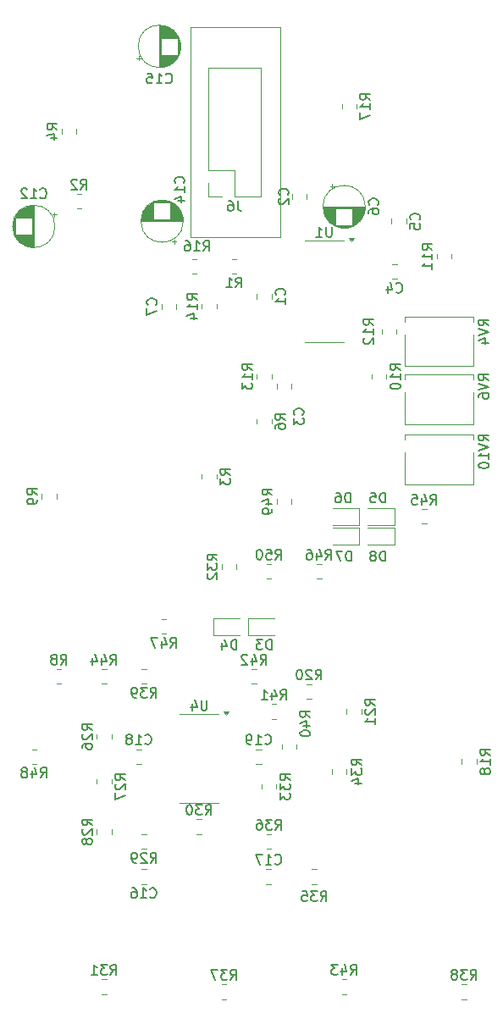
<source format=gbr>
%TF.GenerationSoftware,KiCad,Pcbnew,8.0.0*%
%TF.CreationDate,2024-05-14T21:41:44+02:00*%
%TF.ProjectId,VCO-3340,56434f2d-3333-4343-902e-6b696361645f,rev?*%
%TF.SameCoordinates,Original*%
%TF.FileFunction,Legend,Bot*%
%TF.FilePolarity,Positive*%
%FSLAX46Y46*%
G04 Gerber Fmt 4.6, Leading zero omitted, Abs format (unit mm)*
G04 Created by KiCad (PCBNEW 8.0.0) date 2024-05-14 21:41:44*
%MOMM*%
%LPD*%
G01*
G04 APERTURE LIST*
%ADD10C,0.150000*%
%ADD11C,0.120000*%
%ADD12C,0.100000*%
G04 APERTURE END LIST*
D10*
X47045957Y-106397780D02*
X47093576Y-106445400D01*
X47093576Y-106445400D02*
X47236433Y-106493019D01*
X47236433Y-106493019D02*
X47331671Y-106493019D01*
X47331671Y-106493019D02*
X47474528Y-106445400D01*
X47474528Y-106445400D02*
X47569766Y-106350161D01*
X47569766Y-106350161D02*
X47617385Y-106254923D01*
X47617385Y-106254923D02*
X47665004Y-106064447D01*
X47665004Y-106064447D02*
X47665004Y-105921590D01*
X47665004Y-105921590D02*
X47617385Y-105731114D01*
X47617385Y-105731114D02*
X47569766Y-105635876D01*
X47569766Y-105635876D02*
X47474528Y-105540638D01*
X47474528Y-105540638D02*
X47331671Y-105493019D01*
X47331671Y-105493019D02*
X47236433Y-105493019D01*
X47236433Y-105493019D02*
X47093576Y-105540638D01*
X47093576Y-105540638D02*
X47045957Y-105588257D01*
X46093576Y-106493019D02*
X46665004Y-106493019D01*
X46379290Y-106493019D02*
X46379290Y-105493019D01*
X46379290Y-105493019D02*
X46474528Y-105635876D01*
X46474528Y-105635876D02*
X46569766Y-105731114D01*
X46569766Y-105731114D02*
X46665004Y-105778733D01*
X45617385Y-106493019D02*
X45426909Y-106493019D01*
X45426909Y-106493019D02*
X45331671Y-106445400D01*
X45331671Y-106445400D02*
X45284052Y-106397780D01*
X45284052Y-106397780D02*
X45188814Y-106254923D01*
X45188814Y-106254923D02*
X45141195Y-106064447D01*
X45141195Y-106064447D02*
X45141195Y-105683495D01*
X45141195Y-105683495D02*
X45188814Y-105588257D01*
X45188814Y-105588257D02*
X45236433Y-105540638D01*
X45236433Y-105540638D02*
X45331671Y-105493019D01*
X45331671Y-105493019D02*
X45522147Y-105493019D01*
X45522147Y-105493019D02*
X45617385Y-105540638D01*
X45617385Y-105540638D02*
X45665004Y-105588257D01*
X45665004Y-105588257D02*
X45712623Y-105683495D01*
X45712623Y-105683495D02*
X45712623Y-105921590D01*
X45712623Y-105921590D02*
X45665004Y-106016828D01*
X45665004Y-106016828D02*
X45617385Y-106064447D01*
X45617385Y-106064447D02*
X45522147Y-106112066D01*
X45522147Y-106112066D02*
X45331671Y-106112066D01*
X45331671Y-106112066D02*
X45236433Y-106064447D01*
X45236433Y-106064447D02*
X45188814Y-106016828D01*
X45188814Y-106016828D02*
X45141195Y-105921590D01*
X44178694Y-97023019D02*
X44178694Y-96023019D01*
X44178694Y-96023019D02*
X43940599Y-96023019D01*
X43940599Y-96023019D02*
X43797742Y-96070638D01*
X43797742Y-96070638D02*
X43702504Y-96165876D01*
X43702504Y-96165876D02*
X43654885Y-96261114D01*
X43654885Y-96261114D02*
X43607266Y-96451590D01*
X43607266Y-96451590D02*
X43607266Y-96594447D01*
X43607266Y-96594447D02*
X43654885Y-96784923D01*
X43654885Y-96784923D02*
X43702504Y-96880161D01*
X43702504Y-96880161D02*
X43797742Y-96975400D01*
X43797742Y-96975400D02*
X43940599Y-97023019D01*
X43940599Y-97023019D02*
X44178694Y-97023019D01*
X42750123Y-96356352D02*
X42750123Y-97023019D01*
X42988218Y-95975400D02*
X43226313Y-96689685D01*
X43226313Y-96689685D02*
X42607266Y-96689685D01*
X33045419Y-110075342D02*
X32569228Y-109742009D01*
X33045419Y-109503914D02*
X32045419Y-109503914D01*
X32045419Y-109503914D02*
X32045419Y-109884866D01*
X32045419Y-109884866D02*
X32093038Y-109980104D01*
X32093038Y-109980104D02*
X32140657Y-110027723D01*
X32140657Y-110027723D02*
X32235895Y-110075342D01*
X32235895Y-110075342D02*
X32378752Y-110075342D01*
X32378752Y-110075342D02*
X32473990Y-110027723D01*
X32473990Y-110027723D02*
X32521609Y-109980104D01*
X32521609Y-109980104D02*
X32569228Y-109884866D01*
X32569228Y-109884866D02*
X32569228Y-109503914D01*
X32140657Y-110456295D02*
X32093038Y-110503914D01*
X32093038Y-110503914D02*
X32045419Y-110599152D01*
X32045419Y-110599152D02*
X32045419Y-110837247D01*
X32045419Y-110837247D02*
X32093038Y-110932485D01*
X32093038Y-110932485D02*
X32140657Y-110980104D01*
X32140657Y-110980104D02*
X32235895Y-111027723D01*
X32235895Y-111027723D02*
X32331133Y-111027723D01*
X32331133Y-111027723D02*
X32473990Y-110980104D01*
X32473990Y-110980104D02*
X33045419Y-110408676D01*
X33045419Y-110408676D02*
X33045419Y-111027723D01*
X32045419Y-111361057D02*
X32045419Y-112027723D01*
X32045419Y-112027723D02*
X33045419Y-111599152D01*
X62442680Y-54051533D02*
X62490300Y-54003914D01*
X62490300Y-54003914D02*
X62537919Y-53861057D01*
X62537919Y-53861057D02*
X62537919Y-53765819D01*
X62537919Y-53765819D02*
X62490300Y-53622962D01*
X62490300Y-53622962D02*
X62395061Y-53527724D01*
X62395061Y-53527724D02*
X62299823Y-53480105D01*
X62299823Y-53480105D02*
X62109347Y-53432486D01*
X62109347Y-53432486D02*
X61966490Y-53432486D01*
X61966490Y-53432486D02*
X61776014Y-53480105D01*
X61776014Y-53480105D02*
X61680776Y-53527724D01*
X61680776Y-53527724D02*
X61585538Y-53622962D01*
X61585538Y-53622962D02*
X61537919Y-53765819D01*
X61537919Y-53765819D02*
X61537919Y-53861057D01*
X61537919Y-53861057D02*
X61585538Y-54003914D01*
X61585538Y-54003914D02*
X61633157Y-54051533D01*
X61537919Y-54956295D02*
X61537919Y-54480105D01*
X61537919Y-54480105D02*
X62014109Y-54432486D01*
X62014109Y-54432486D02*
X61966490Y-54480105D01*
X61966490Y-54480105D02*
X61918871Y-54575343D01*
X61918871Y-54575343D02*
X61918871Y-54813438D01*
X61918871Y-54813438D02*
X61966490Y-54908676D01*
X61966490Y-54908676D02*
X62014109Y-54956295D01*
X62014109Y-54956295D02*
X62109347Y-55003914D01*
X62109347Y-55003914D02*
X62347442Y-55003914D01*
X62347442Y-55003914D02*
X62442680Y-54956295D01*
X62442680Y-54956295D02*
X62490300Y-54908676D01*
X62490300Y-54908676D02*
X62537919Y-54813438D01*
X62537919Y-54813438D02*
X62537919Y-54575343D01*
X62537919Y-54575343D02*
X62490300Y-54480105D01*
X62490300Y-54480105D02*
X62442680Y-54432486D01*
X63583457Y-82523019D02*
X63916790Y-82046828D01*
X64154885Y-82523019D02*
X64154885Y-81523019D01*
X64154885Y-81523019D02*
X63773933Y-81523019D01*
X63773933Y-81523019D02*
X63678695Y-81570638D01*
X63678695Y-81570638D02*
X63631076Y-81618257D01*
X63631076Y-81618257D02*
X63583457Y-81713495D01*
X63583457Y-81713495D02*
X63583457Y-81856352D01*
X63583457Y-81856352D02*
X63631076Y-81951590D01*
X63631076Y-81951590D02*
X63678695Y-81999209D01*
X63678695Y-81999209D02*
X63773933Y-82046828D01*
X63773933Y-82046828D02*
X64154885Y-82046828D01*
X62726314Y-81856352D02*
X62726314Y-82523019D01*
X62964409Y-81475400D02*
X63202504Y-82189685D01*
X63202504Y-82189685D02*
X62583457Y-82189685D01*
X61726314Y-81523019D02*
X62202504Y-81523019D01*
X62202504Y-81523019D02*
X62250123Y-81999209D01*
X62250123Y-81999209D02*
X62202504Y-81951590D01*
X62202504Y-81951590D02*
X62107266Y-81903971D01*
X62107266Y-81903971D02*
X61869171Y-81903971D01*
X61869171Y-81903971D02*
X61773933Y-81951590D01*
X61773933Y-81951590D02*
X61726314Y-81999209D01*
X61726314Y-81999209D02*
X61678695Y-82094447D01*
X61678695Y-82094447D02*
X61678695Y-82332542D01*
X61678695Y-82332542D02*
X61726314Y-82427780D01*
X61726314Y-82427780D02*
X61773933Y-82475400D01*
X61773933Y-82475400D02*
X61869171Y-82523019D01*
X61869171Y-82523019D02*
X62107266Y-82523019D01*
X62107266Y-82523019D02*
X62202504Y-82475400D01*
X62202504Y-82475400D02*
X62250123Y-82427780D01*
X40883457Y-57173019D02*
X41216790Y-56696828D01*
X41454885Y-57173019D02*
X41454885Y-56173019D01*
X41454885Y-56173019D02*
X41073933Y-56173019D01*
X41073933Y-56173019D02*
X40978695Y-56220638D01*
X40978695Y-56220638D02*
X40931076Y-56268257D01*
X40931076Y-56268257D02*
X40883457Y-56363495D01*
X40883457Y-56363495D02*
X40883457Y-56506352D01*
X40883457Y-56506352D02*
X40931076Y-56601590D01*
X40931076Y-56601590D02*
X40978695Y-56649209D01*
X40978695Y-56649209D02*
X41073933Y-56696828D01*
X41073933Y-56696828D02*
X41454885Y-56696828D01*
X39931076Y-57173019D02*
X40502504Y-57173019D01*
X40216790Y-57173019D02*
X40216790Y-56173019D01*
X40216790Y-56173019D02*
X40312028Y-56315876D01*
X40312028Y-56315876D02*
X40407266Y-56411114D01*
X40407266Y-56411114D02*
X40502504Y-56458733D01*
X39073933Y-56173019D02*
X39264409Y-56173019D01*
X39264409Y-56173019D02*
X39359647Y-56220638D01*
X39359647Y-56220638D02*
X39407266Y-56268257D01*
X39407266Y-56268257D02*
X39502504Y-56411114D01*
X39502504Y-56411114D02*
X39550123Y-56601590D01*
X39550123Y-56601590D02*
X39550123Y-56982542D01*
X39550123Y-56982542D02*
X39502504Y-57077780D01*
X39502504Y-57077780D02*
X39454885Y-57125400D01*
X39454885Y-57125400D02*
X39359647Y-57173019D01*
X39359647Y-57173019D02*
X39169171Y-57173019D01*
X39169171Y-57173019D02*
X39073933Y-57125400D01*
X39073933Y-57125400D02*
X39026314Y-57077780D01*
X39026314Y-57077780D02*
X38978695Y-56982542D01*
X38978695Y-56982542D02*
X38978695Y-56744447D01*
X38978695Y-56744447D02*
X39026314Y-56649209D01*
X39026314Y-56649209D02*
X39073933Y-56601590D01*
X39073933Y-56601590D02*
X39169171Y-56553971D01*
X39169171Y-56553971D02*
X39359647Y-56553971D01*
X39359647Y-56553971D02*
X39454885Y-56601590D01*
X39454885Y-56601590D02*
X39502504Y-56649209D01*
X39502504Y-56649209D02*
X39550123Y-56744447D01*
X24556057Y-51827780D02*
X24603676Y-51875400D01*
X24603676Y-51875400D02*
X24746533Y-51923019D01*
X24746533Y-51923019D02*
X24841771Y-51923019D01*
X24841771Y-51923019D02*
X24984628Y-51875400D01*
X24984628Y-51875400D02*
X25079866Y-51780161D01*
X25079866Y-51780161D02*
X25127485Y-51684923D01*
X25127485Y-51684923D02*
X25175104Y-51494447D01*
X25175104Y-51494447D02*
X25175104Y-51351590D01*
X25175104Y-51351590D02*
X25127485Y-51161114D01*
X25127485Y-51161114D02*
X25079866Y-51065876D01*
X25079866Y-51065876D02*
X24984628Y-50970638D01*
X24984628Y-50970638D02*
X24841771Y-50923019D01*
X24841771Y-50923019D02*
X24746533Y-50923019D01*
X24746533Y-50923019D02*
X24603676Y-50970638D01*
X24603676Y-50970638D02*
X24556057Y-51018257D01*
X23603676Y-51923019D02*
X24175104Y-51923019D01*
X23889390Y-51923019D02*
X23889390Y-50923019D01*
X23889390Y-50923019D02*
X23984628Y-51065876D01*
X23984628Y-51065876D02*
X24079866Y-51161114D01*
X24079866Y-51161114D02*
X24175104Y-51208733D01*
X23222723Y-51018257D02*
X23175104Y-50970638D01*
X23175104Y-50970638D02*
X23079866Y-50923019D01*
X23079866Y-50923019D02*
X22841771Y-50923019D01*
X22841771Y-50923019D02*
X22746533Y-50970638D01*
X22746533Y-50970638D02*
X22698914Y-51018257D01*
X22698914Y-51018257D02*
X22651295Y-51113495D01*
X22651295Y-51113495D02*
X22651295Y-51208733D01*
X22651295Y-51208733D02*
X22698914Y-51351590D01*
X22698914Y-51351590D02*
X23270342Y-51923019D01*
X23270342Y-51923019D02*
X22651295Y-51923019D01*
X36120180Y-62551533D02*
X36167800Y-62503914D01*
X36167800Y-62503914D02*
X36215419Y-62361057D01*
X36215419Y-62361057D02*
X36215419Y-62265819D01*
X36215419Y-62265819D02*
X36167800Y-62122962D01*
X36167800Y-62122962D02*
X36072561Y-62027724D01*
X36072561Y-62027724D02*
X35977323Y-61980105D01*
X35977323Y-61980105D02*
X35786847Y-61932486D01*
X35786847Y-61932486D02*
X35643990Y-61932486D01*
X35643990Y-61932486D02*
X35453514Y-61980105D01*
X35453514Y-61980105D02*
X35358276Y-62027724D01*
X35358276Y-62027724D02*
X35263038Y-62122962D01*
X35263038Y-62122962D02*
X35215419Y-62265819D01*
X35215419Y-62265819D02*
X35215419Y-62361057D01*
X35215419Y-62361057D02*
X35263038Y-62503914D01*
X35263038Y-62503914D02*
X35310657Y-62551533D01*
X35215419Y-62884867D02*
X35215419Y-63551533D01*
X35215419Y-63551533D02*
X36215419Y-63122962D01*
X44303933Y-52163019D02*
X44303933Y-52877304D01*
X44303933Y-52877304D02*
X44351552Y-53020161D01*
X44351552Y-53020161D02*
X44446790Y-53115400D01*
X44446790Y-53115400D02*
X44589647Y-53163019D01*
X44589647Y-53163019D02*
X44684885Y-53163019D01*
X43399171Y-52163019D02*
X43589647Y-52163019D01*
X43589647Y-52163019D02*
X43684885Y-52210638D01*
X43684885Y-52210638D02*
X43732504Y-52258257D01*
X43732504Y-52258257D02*
X43827742Y-52401114D01*
X43827742Y-52401114D02*
X43875361Y-52591590D01*
X43875361Y-52591590D02*
X43875361Y-52972542D01*
X43875361Y-52972542D02*
X43827742Y-53067780D01*
X43827742Y-53067780D02*
X43780123Y-53115400D01*
X43780123Y-53115400D02*
X43684885Y-53163019D01*
X43684885Y-53163019D02*
X43494409Y-53163019D01*
X43494409Y-53163019D02*
X43399171Y-53115400D01*
X43399171Y-53115400D02*
X43351552Y-53067780D01*
X43351552Y-53067780D02*
X43303933Y-52972542D01*
X43303933Y-52972542D02*
X43303933Y-52734447D01*
X43303933Y-52734447D02*
X43351552Y-52639209D01*
X43351552Y-52639209D02*
X43399171Y-52591590D01*
X43399171Y-52591590D02*
X43494409Y-52543971D01*
X43494409Y-52543971D02*
X43684885Y-52543971D01*
X43684885Y-52543971D02*
X43780123Y-52591590D01*
X43780123Y-52591590D02*
X43827742Y-52639209D01*
X43827742Y-52639209D02*
X43875361Y-52734447D01*
X53083457Y-88023019D02*
X53416790Y-87546828D01*
X53654885Y-88023019D02*
X53654885Y-87023019D01*
X53654885Y-87023019D02*
X53273933Y-87023019D01*
X53273933Y-87023019D02*
X53178695Y-87070638D01*
X53178695Y-87070638D02*
X53131076Y-87118257D01*
X53131076Y-87118257D02*
X53083457Y-87213495D01*
X53083457Y-87213495D02*
X53083457Y-87356352D01*
X53083457Y-87356352D02*
X53131076Y-87451590D01*
X53131076Y-87451590D02*
X53178695Y-87499209D01*
X53178695Y-87499209D02*
X53273933Y-87546828D01*
X53273933Y-87546828D02*
X53654885Y-87546828D01*
X52226314Y-87356352D02*
X52226314Y-88023019D01*
X52464409Y-86975400D02*
X52702504Y-87689685D01*
X52702504Y-87689685D02*
X52083457Y-87689685D01*
X51273933Y-87023019D02*
X51464409Y-87023019D01*
X51464409Y-87023019D02*
X51559647Y-87070638D01*
X51559647Y-87070638D02*
X51607266Y-87118257D01*
X51607266Y-87118257D02*
X51702504Y-87261114D01*
X51702504Y-87261114D02*
X51750123Y-87451590D01*
X51750123Y-87451590D02*
X51750123Y-87832542D01*
X51750123Y-87832542D02*
X51702504Y-87927780D01*
X51702504Y-87927780D02*
X51654885Y-87975400D01*
X51654885Y-87975400D02*
X51559647Y-88023019D01*
X51559647Y-88023019D02*
X51369171Y-88023019D01*
X51369171Y-88023019D02*
X51273933Y-87975400D01*
X51273933Y-87975400D02*
X51226314Y-87927780D01*
X51226314Y-87927780D02*
X51178695Y-87832542D01*
X51178695Y-87832542D02*
X51178695Y-87594447D01*
X51178695Y-87594447D02*
X51226314Y-87499209D01*
X51226314Y-87499209D02*
X51273933Y-87451590D01*
X51273933Y-87451590D02*
X51369171Y-87403971D01*
X51369171Y-87403971D02*
X51559647Y-87403971D01*
X51559647Y-87403971D02*
X51654885Y-87451590D01*
X51654885Y-87451590D02*
X51702504Y-87499209D01*
X51702504Y-87499209D02*
X51750123Y-87594447D01*
X60545419Y-69075342D02*
X60069228Y-68742009D01*
X60545419Y-68503914D02*
X59545419Y-68503914D01*
X59545419Y-68503914D02*
X59545419Y-68884866D01*
X59545419Y-68884866D02*
X59593038Y-68980104D01*
X59593038Y-68980104D02*
X59640657Y-69027723D01*
X59640657Y-69027723D02*
X59735895Y-69075342D01*
X59735895Y-69075342D02*
X59878752Y-69075342D01*
X59878752Y-69075342D02*
X59973990Y-69027723D01*
X59973990Y-69027723D02*
X60021609Y-68980104D01*
X60021609Y-68980104D02*
X60069228Y-68884866D01*
X60069228Y-68884866D02*
X60069228Y-68503914D01*
X60545419Y-70027723D02*
X60545419Y-69456295D01*
X60545419Y-69742009D02*
X59545419Y-69742009D01*
X59545419Y-69742009D02*
X59688276Y-69646771D01*
X59688276Y-69646771D02*
X59783514Y-69551533D01*
X59783514Y-69551533D02*
X59831133Y-69456295D01*
X59545419Y-70646771D02*
X59545419Y-70742009D01*
X59545419Y-70742009D02*
X59593038Y-70837247D01*
X59593038Y-70837247D02*
X59640657Y-70884866D01*
X59640657Y-70884866D02*
X59735895Y-70932485D01*
X59735895Y-70932485D02*
X59926371Y-70980104D01*
X59926371Y-70980104D02*
X60164466Y-70980104D01*
X60164466Y-70980104D02*
X60354942Y-70932485D01*
X60354942Y-70932485D02*
X60450180Y-70884866D01*
X60450180Y-70884866D02*
X60497800Y-70837247D01*
X60497800Y-70837247D02*
X60545419Y-70742009D01*
X60545419Y-70742009D02*
X60545419Y-70646771D01*
X60545419Y-70646771D02*
X60497800Y-70551533D01*
X60497800Y-70551533D02*
X60450180Y-70503914D01*
X60450180Y-70503914D02*
X60354942Y-70456295D01*
X60354942Y-70456295D02*
X60164466Y-70408676D01*
X60164466Y-70408676D02*
X59926371Y-70408676D01*
X59926371Y-70408676D02*
X59735895Y-70456295D01*
X59735895Y-70456295D02*
X59640657Y-70503914D01*
X59640657Y-70503914D02*
X59593038Y-70551533D01*
X59593038Y-70551533D02*
X59545419Y-70646771D01*
X28607266Y-51023019D02*
X28940599Y-50546828D01*
X29178694Y-51023019D02*
X29178694Y-50023019D01*
X29178694Y-50023019D02*
X28797742Y-50023019D01*
X28797742Y-50023019D02*
X28702504Y-50070638D01*
X28702504Y-50070638D02*
X28654885Y-50118257D01*
X28654885Y-50118257D02*
X28607266Y-50213495D01*
X28607266Y-50213495D02*
X28607266Y-50356352D01*
X28607266Y-50356352D02*
X28654885Y-50451590D01*
X28654885Y-50451590D02*
X28702504Y-50499209D01*
X28702504Y-50499209D02*
X28797742Y-50546828D01*
X28797742Y-50546828D02*
X29178694Y-50546828D01*
X28226313Y-50118257D02*
X28178694Y-50070638D01*
X28178694Y-50070638D02*
X28083456Y-50023019D01*
X28083456Y-50023019D02*
X27845361Y-50023019D01*
X27845361Y-50023019D02*
X27750123Y-50070638D01*
X27750123Y-50070638D02*
X27702504Y-50118257D01*
X27702504Y-50118257D02*
X27654885Y-50213495D01*
X27654885Y-50213495D02*
X27654885Y-50308733D01*
X27654885Y-50308733D02*
X27702504Y-50451590D01*
X27702504Y-50451590D02*
X28273932Y-51023019D01*
X28273932Y-51023019D02*
X27654885Y-51023019D01*
X56695419Y-108575342D02*
X56219228Y-108242009D01*
X56695419Y-108003914D02*
X55695419Y-108003914D01*
X55695419Y-108003914D02*
X55695419Y-108384866D01*
X55695419Y-108384866D02*
X55743038Y-108480104D01*
X55743038Y-108480104D02*
X55790657Y-108527723D01*
X55790657Y-108527723D02*
X55885895Y-108575342D01*
X55885895Y-108575342D02*
X56028752Y-108575342D01*
X56028752Y-108575342D02*
X56123990Y-108527723D01*
X56123990Y-108527723D02*
X56171609Y-108480104D01*
X56171609Y-108480104D02*
X56219228Y-108384866D01*
X56219228Y-108384866D02*
X56219228Y-108003914D01*
X55695419Y-108908676D02*
X55695419Y-109527723D01*
X55695419Y-109527723D02*
X56076371Y-109194390D01*
X56076371Y-109194390D02*
X56076371Y-109337247D01*
X56076371Y-109337247D02*
X56123990Y-109432485D01*
X56123990Y-109432485D02*
X56171609Y-109480104D01*
X56171609Y-109480104D02*
X56266847Y-109527723D01*
X56266847Y-109527723D02*
X56504942Y-109527723D01*
X56504942Y-109527723D02*
X56600180Y-109480104D01*
X56600180Y-109480104D02*
X56647800Y-109432485D01*
X56647800Y-109432485D02*
X56695419Y-109337247D01*
X56695419Y-109337247D02*
X56695419Y-109051533D01*
X56695419Y-109051533D02*
X56647800Y-108956295D01*
X56647800Y-108956295D02*
X56600180Y-108908676D01*
X56028752Y-110384866D02*
X56695419Y-110384866D01*
X55647800Y-110146771D02*
X56362085Y-109908676D01*
X56362085Y-109908676D02*
X56362085Y-110527723D01*
X26607266Y-98523019D02*
X26940599Y-98046828D01*
X27178694Y-98523019D02*
X27178694Y-97523019D01*
X27178694Y-97523019D02*
X26797742Y-97523019D01*
X26797742Y-97523019D02*
X26702504Y-97570638D01*
X26702504Y-97570638D02*
X26654885Y-97618257D01*
X26654885Y-97618257D02*
X26607266Y-97713495D01*
X26607266Y-97713495D02*
X26607266Y-97856352D01*
X26607266Y-97856352D02*
X26654885Y-97951590D01*
X26654885Y-97951590D02*
X26702504Y-97999209D01*
X26702504Y-97999209D02*
X26797742Y-98046828D01*
X26797742Y-98046828D02*
X27178694Y-98046828D01*
X26035837Y-97951590D02*
X26131075Y-97903971D01*
X26131075Y-97903971D02*
X26178694Y-97856352D01*
X26178694Y-97856352D02*
X26226313Y-97761114D01*
X26226313Y-97761114D02*
X26226313Y-97713495D01*
X26226313Y-97713495D02*
X26178694Y-97618257D01*
X26178694Y-97618257D02*
X26131075Y-97570638D01*
X26131075Y-97570638D02*
X26035837Y-97523019D01*
X26035837Y-97523019D02*
X25845361Y-97523019D01*
X25845361Y-97523019D02*
X25750123Y-97570638D01*
X25750123Y-97570638D02*
X25702504Y-97618257D01*
X25702504Y-97618257D02*
X25654885Y-97713495D01*
X25654885Y-97713495D02*
X25654885Y-97761114D01*
X25654885Y-97761114D02*
X25702504Y-97856352D01*
X25702504Y-97856352D02*
X25750123Y-97903971D01*
X25750123Y-97903971D02*
X25845361Y-97951590D01*
X25845361Y-97951590D02*
X26035837Y-97951590D01*
X26035837Y-97951590D02*
X26131075Y-97999209D01*
X26131075Y-97999209D02*
X26178694Y-98046828D01*
X26178694Y-98046828D02*
X26226313Y-98142066D01*
X26226313Y-98142066D02*
X26226313Y-98332542D01*
X26226313Y-98332542D02*
X26178694Y-98427780D01*
X26178694Y-98427780D02*
X26131075Y-98475400D01*
X26131075Y-98475400D02*
X26035837Y-98523019D01*
X26035837Y-98523019D02*
X25845361Y-98523019D01*
X25845361Y-98523019D02*
X25750123Y-98475400D01*
X25750123Y-98475400D02*
X25702504Y-98427780D01*
X25702504Y-98427780D02*
X25654885Y-98332542D01*
X25654885Y-98332542D02*
X25654885Y-98142066D01*
X25654885Y-98142066D02*
X25702504Y-98046828D01*
X25702504Y-98046828D02*
X25750123Y-97999209D01*
X25750123Y-97999209D02*
X25845361Y-97951590D01*
X26245419Y-45051533D02*
X25769228Y-44718200D01*
X26245419Y-44480105D02*
X25245419Y-44480105D01*
X25245419Y-44480105D02*
X25245419Y-44861057D01*
X25245419Y-44861057D02*
X25293038Y-44956295D01*
X25293038Y-44956295D02*
X25340657Y-45003914D01*
X25340657Y-45003914D02*
X25435895Y-45051533D01*
X25435895Y-45051533D02*
X25578752Y-45051533D01*
X25578752Y-45051533D02*
X25673990Y-45003914D01*
X25673990Y-45003914D02*
X25721609Y-44956295D01*
X25721609Y-44956295D02*
X25769228Y-44861057D01*
X25769228Y-44861057D02*
X25769228Y-44480105D01*
X25578752Y-45908676D02*
X26245419Y-45908676D01*
X25197800Y-45670581D02*
X25912085Y-45432486D01*
X25912085Y-45432486D02*
X25912085Y-46051533D01*
X41227504Y-102083019D02*
X41227504Y-102892542D01*
X41227504Y-102892542D02*
X41179885Y-102987780D01*
X41179885Y-102987780D02*
X41132266Y-103035400D01*
X41132266Y-103035400D02*
X41037028Y-103083019D01*
X41037028Y-103083019D02*
X40846552Y-103083019D01*
X40846552Y-103083019D02*
X40751314Y-103035400D01*
X40751314Y-103035400D02*
X40703695Y-102987780D01*
X40703695Y-102987780D02*
X40656076Y-102892542D01*
X40656076Y-102892542D02*
X40656076Y-102083019D01*
X39751314Y-102416352D02*
X39751314Y-103083019D01*
X39989409Y-102035400D02*
X40227504Y-102749685D01*
X40227504Y-102749685D02*
X39608457Y-102749685D01*
X69395419Y-64622961D02*
X68919228Y-64289628D01*
X69395419Y-64051533D02*
X68395419Y-64051533D01*
X68395419Y-64051533D02*
X68395419Y-64432485D01*
X68395419Y-64432485D02*
X68443038Y-64527723D01*
X68443038Y-64527723D02*
X68490657Y-64575342D01*
X68490657Y-64575342D02*
X68585895Y-64622961D01*
X68585895Y-64622961D02*
X68728752Y-64622961D01*
X68728752Y-64622961D02*
X68823990Y-64575342D01*
X68823990Y-64575342D02*
X68871609Y-64527723D01*
X68871609Y-64527723D02*
X68919228Y-64432485D01*
X68919228Y-64432485D02*
X68919228Y-64051533D01*
X68395419Y-64908676D02*
X69395419Y-65242009D01*
X69395419Y-65242009D02*
X68395419Y-65575342D01*
X68728752Y-66337247D02*
X69395419Y-66337247D01*
X68347800Y-66099152D02*
X69062085Y-65861057D01*
X69062085Y-65861057D02*
X69062085Y-66480104D01*
X29745419Y-105075342D02*
X29269228Y-104742009D01*
X29745419Y-104503914D02*
X28745419Y-104503914D01*
X28745419Y-104503914D02*
X28745419Y-104884866D01*
X28745419Y-104884866D02*
X28793038Y-104980104D01*
X28793038Y-104980104D02*
X28840657Y-105027723D01*
X28840657Y-105027723D02*
X28935895Y-105075342D01*
X28935895Y-105075342D02*
X29078752Y-105075342D01*
X29078752Y-105075342D02*
X29173990Y-105027723D01*
X29173990Y-105027723D02*
X29221609Y-104980104D01*
X29221609Y-104980104D02*
X29269228Y-104884866D01*
X29269228Y-104884866D02*
X29269228Y-104503914D01*
X28840657Y-105456295D02*
X28793038Y-105503914D01*
X28793038Y-105503914D02*
X28745419Y-105599152D01*
X28745419Y-105599152D02*
X28745419Y-105837247D01*
X28745419Y-105837247D02*
X28793038Y-105932485D01*
X28793038Y-105932485D02*
X28840657Y-105980104D01*
X28840657Y-105980104D02*
X28935895Y-106027723D01*
X28935895Y-106027723D02*
X29031133Y-106027723D01*
X29031133Y-106027723D02*
X29173990Y-105980104D01*
X29173990Y-105980104D02*
X29745419Y-105408676D01*
X29745419Y-105408676D02*
X29745419Y-106027723D01*
X28745419Y-106884866D02*
X28745419Y-106694390D01*
X28745419Y-106694390D02*
X28793038Y-106599152D01*
X28793038Y-106599152D02*
X28840657Y-106551533D01*
X28840657Y-106551533D02*
X28983514Y-106456295D01*
X28983514Y-106456295D02*
X29173990Y-106408676D01*
X29173990Y-106408676D02*
X29554942Y-106408676D01*
X29554942Y-106408676D02*
X29650180Y-106456295D01*
X29650180Y-106456295D02*
X29697800Y-106503914D01*
X29697800Y-106503914D02*
X29745419Y-106599152D01*
X29745419Y-106599152D02*
X29745419Y-106789628D01*
X29745419Y-106789628D02*
X29697800Y-106884866D01*
X29697800Y-106884866D02*
X29650180Y-106932485D01*
X29650180Y-106932485D02*
X29554942Y-106980104D01*
X29554942Y-106980104D02*
X29316847Y-106980104D01*
X29316847Y-106980104D02*
X29221609Y-106932485D01*
X29221609Y-106932485D02*
X29173990Y-106884866D01*
X29173990Y-106884866D02*
X29126371Y-106789628D01*
X29126371Y-106789628D02*
X29126371Y-106599152D01*
X29126371Y-106599152D02*
X29173990Y-106503914D01*
X29173990Y-106503914D02*
X29221609Y-106456295D01*
X29221609Y-106456295D02*
X29316847Y-106408676D01*
X51545419Y-103775342D02*
X51069228Y-103442009D01*
X51545419Y-103203914D02*
X50545419Y-103203914D01*
X50545419Y-103203914D02*
X50545419Y-103584866D01*
X50545419Y-103584866D02*
X50593038Y-103680104D01*
X50593038Y-103680104D02*
X50640657Y-103727723D01*
X50640657Y-103727723D02*
X50735895Y-103775342D01*
X50735895Y-103775342D02*
X50878752Y-103775342D01*
X50878752Y-103775342D02*
X50973990Y-103727723D01*
X50973990Y-103727723D02*
X51021609Y-103680104D01*
X51021609Y-103680104D02*
X51069228Y-103584866D01*
X51069228Y-103584866D02*
X51069228Y-103203914D01*
X50878752Y-104632485D02*
X51545419Y-104632485D01*
X50497800Y-104394390D02*
X51212085Y-104156295D01*
X51212085Y-104156295D02*
X51212085Y-104775342D01*
X50545419Y-105346771D02*
X50545419Y-105442009D01*
X50545419Y-105442009D02*
X50593038Y-105537247D01*
X50593038Y-105537247D02*
X50640657Y-105584866D01*
X50640657Y-105584866D02*
X50735895Y-105632485D01*
X50735895Y-105632485D02*
X50926371Y-105680104D01*
X50926371Y-105680104D02*
X51164466Y-105680104D01*
X51164466Y-105680104D02*
X51354942Y-105632485D01*
X51354942Y-105632485D02*
X51450180Y-105584866D01*
X51450180Y-105584866D02*
X51497800Y-105537247D01*
X51497800Y-105537247D02*
X51545419Y-105442009D01*
X51545419Y-105442009D02*
X51545419Y-105346771D01*
X51545419Y-105346771D02*
X51497800Y-105251533D01*
X51497800Y-105251533D02*
X51450180Y-105203914D01*
X51450180Y-105203914D02*
X51354942Y-105156295D01*
X51354942Y-105156295D02*
X51164466Y-105108676D01*
X51164466Y-105108676D02*
X50926371Y-105108676D01*
X50926371Y-105108676D02*
X50735895Y-105156295D01*
X50735895Y-105156295D02*
X50640657Y-105203914D01*
X50640657Y-105203914D02*
X50593038Y-105251533D01*
X50593038Y-105251533D02*
X50545419Y-105346771D01*
X47745419Y-81575342D02*
X47269228Y-81242009D01*
X47745419Y-81003914D02*
X46745419Y-81003914D01*
X46745419Y-81003914D02*
X46745419Y-81384866D01*
X46745419Y-81384866D02*
X46793038Y-81480104D01*
X46793038Y-81480104D02*
X46840657Y-81527723D01*
X46840657Y-81527723D02*
X46935895Y-81575342D01*
X46935895Y-81575342D02*
X47078752Y-81575342D01*
X47078752Y-81575342D02*
X47173990Y-81527723D01*
X47173990Y-81527723D02*
X47221609Y-81480104D01*
X47221609Y-81480104D02*
X47269228Y-81384866D01*
X47269228Y-81384866D02*
X47269228Y-81003914D01*
X47078752Y-82432485D02*
X47745419Y-82432485D01*
X46697800Y-82194390D02*
X47412085Y-81956295D01*
X47412085Y-81956295D02*
X47412085Y-82575342D01*
X47745419Y-83003914D02*
X47745419Y-83194390D01*
X47745419Y-83194390D02*
X47697800Y-83289628D01*
X47697800Y-83289628D02*
X47650180Y-83337247D01*
X47650180Y-83337247D02*
X47507323Y-83432485D01*
X47507323Y-83432485D02*
X47316847Y-83480104D01*
X47316847Y-83480104D02*
X46935895Y-83480104D01*
X46935895Y-83480104D02*
X46840657Y-83432485D01*
X46840657Y-83432485D02*
X46793038Y-83384866D01*
X46793038Y-83384866D02*
X46745419Y-83289628D01*
X46745419Y-83289628D02*
X46745419Y-83099152D01*
X46745419Y-83099152D02*
X46793038Y-83003914D01*
X46793038Y-83003914D02*
X46840657Y-82956295D01*
X46840657Y-82956295D02*
X46935895Y-82908676D01*
X46935895Y-82908676D02*
X47173990Y-82908676D01*
X47173990Y-82908676D02*
X47269228Y-82956295D01*
X47269228Y-82956295D02*
X47316847Y-83003914D01*
X47316847Y-83003914D02*
X47364466Y-83099152D01*
X47364466Y-83099152D02*
X47364466Y-83289628D01*
X47364466Y-83289628D02*
X47316847Y-83384866D01*
X47316847Y-83384866D02*
X47269228Y-83432485D01*
X47269228Y-83432485D02*
X47173990Y-83480104D01*
X50800180Y-73551533D02*
X50847800Y-73503914D01*
X50847800Y-73503914D02*
X50895419Y-73361057D01*
X50895419Y-73361057D02*
X50895419Y-73265819D01*
X50895419Y-73265819D02*
X50847800Y-73122962D01*
X50847800Y-73122962D02*
X50752561Y-73027724D01*
X50752561Y-73027724D02*
X50657323Y-72980105D01*
X50657323Y-72980105D02*
X50466847Y-72932486D01*
X50466847Y-72932486D02*
X50323990Y-72932486D01*
X50323990Y-72932486D02*
X50133514Y-72980105D01*
X50133514Y-72980105D02*
X50038276Y-73027724D01*
X50038276Y-73027724D02*
X49943038Y-73122962D01*
X49943038Y-73122962D02*
X49895419Y-73265819D01*
X49895419Y-73265819D02*
X49895419Y-73361057D01*
X49895419Y-73361057D02*
X49943038Y-73503914D01*
X49943038Y-73503914D02*
X49990657Y-73551533D01*
X49895419Y-73884867D02*
X49895419Y-74503914D01*
X49895419Y-74503914D02*
X50276371Y-74170581D01*
X50276371Y-74170581D02*
X50276371Y-74313438D01*
X50276371Y-74313438D02*
X50323990Y-74408676D01*
X50323990Y-74408676D02*
X50371609Y-74456295D01*
X50371609Y-74456295D02*
X50466847Y-74503914D01*
X50466847Y-74503914D02*
X50704942Y-74503914D01*
X50704942Y-74503914D02*
X50800180Y-74456295D01*
X50800180Y-74456295D02*
X50847800Y-74408676D01*
X50847800Y-74408676D02*
X50895419Y-74313438D01*
X50895419Y-74313438D02*
X50895419Y-74027724D01*
X50895419Y-74027724D02*
X50847800Y-73932486D01*
X50847800Y-73932486D02*
X50800180Y-73884867D01*
X57545419Y-42075342D02*
X57069228Y-41742009D01*
X57545419Y-41503914D02*
X56545419Y-41503914D01*
X56545419Y-41503914D02*
X56545419Y-41884866D01*
X56545419Y-41884866D02*
X56593038Y-41980104D01*
X56593038Y-41980104D02*
X56640657Y-42027723D01*
X56640657Y-42027723D02*
X56735895Y-42075342D01*
X56735895Y-42075342D02*
X56878752Y-42075342D01*
X56878752Y-42075342D02*
X56973990Y-42027723D01*
X56973990Y-42027723D02*
X57021609Y-41980104D01*
X57021609Y-41980104D02*
X57069228Y-41884866D01*
X57069228Y-41884866D02*
X57069228Y-41503914D01*
X57545419Y-43027723D02*
X57545419Y-42456295D01*
X57545419Y-42742009D02*
X56545419Y-42742009D01*
X56545419Y-42742009D02*
X56688276Y-42646771D01*
X56688276Y-42646771D02*
X56783514Y-42551533D01*
X56783514Y-42551533D02*
X56831133Y-42456295D01*
X56545419Y-43361057D02*
X56545419Y-44027723D01*
X56545419Y-44027723D02*
X57545419Y-43599152D01*
X40245419Y-62075342D02*
X39769228Y-61742009D01*
X40245419Y-61503914D02*
X39245419Y-61503914D01*
X39245419Y-61503914D02*
X39245419Y-61884866D01*
X39245419Y-61884866D02*
X39293038Y-61980104D01*
X39293038Y-61980104D02*
X39340657Y-62027723D01*
X39340657Y-62027723D02*
X39435895Y-62075342D01*
X39435895Y-62075342D02*
X39578752Y-62075342D01*
X39578752Y-62075342D02*
X39673990Y-62027723D01*
X39673990Y-62027723D02*
X39721609Y-61980104D01*
X39721609Y-61980104D02*
X39769228Y-61884866D01*
X39769228Y-61884866D02*
X39769228Y-61503914D01*
X40245419Y-63027723D02*
X40245419Y-62456295D01*
X40245419Y-62742009D02*
X39245419Y-62742009D01*
X39245419Y-62742009D02*
X39388276Y-62646771D01*
X39388276Y-62646771D02*
X39483514Y-62551533D01*
X39483514Y-62551533D02*
X39531133Y-62456295D01*
X39578752Y-63884866D02*
X40245419Y-63884866D01*
X39197800Y-63646771D02*
X39912085Y-63408676D01*
X39912085Y-63408676D02*
X39912085Y-64027723D01*
X59078694Y-82323019D02*
X59078694Y-81323019D01*
X59078694Y-81323019D02*
X58840599Y-81323019D01*
X58840599Y-81323019D02*
X58697742Y-81370638D01*
X58697742Y-81370638D02*
X58602504Y-81465876D01*
X58602504Y-81465876D02*
X58554885Y-81561114D01*
X58554885Y-81561114D02*
X58507266Y-81751590D01*
X58507266Y-81751590D02*
X58507266Y-81894447D01*
X58507266Y-81894447D02*
X58554885Y-82084923D01*
X58554885Y-82084923D02*
X58602504Y-82180161D01*
X58602504Y-82180161D02*
X58697742Y-82275400D01*
X58697742Y-82275400D02*
X58840599Y-82323019D01*
X58840599Y-82323019D02*
X59078694Y-82323019D01*
X57602504Y-81323019D02*
X58078694Y-81323019D01*
X58078694Y-81323019D02*
X58126313Y-81799209D01*
X58126313Y-81799209D02*
X58078694Y-81751590D01*
X58078694Y-81751590D02*
X57983456Y-81703971D01*
X57983456Y-81703971D02*
X57745361Y-81703971D01*
X57745361Y-81703971D02*
X57650123Y-81751590D01*
X57650123Y-81751590D02*
X57602504Y-81799209D01*
X57602504Y-81799209D02*
X57554885Y-81894447D01*
X57554885Y-81894447D02*
X57554885Y-82132542D01*
X57554885Y-82132542D02*
X57602504Y-82227780D01*
X57602504Y-82227780D02*
X57650123Y-82275400D01*
X57650123Y-82275400D02*
X57745361Y-82323019D01*
X57745361Y-82323019D02*
X57983456Y-82323019D01*
X57983456Y-82323019D02*
X58078694Y-82275400D01*
X58078694Y-82275400D02*
X58126313Y-82227780D01*
X59078694Y-88173019D02*
X59078694Y-87173019D01*
X59078694Y-87173019D02*
X58840599Y-87173019D01*
X58840599Y-87173019D02*
X58697742Y-87220638D01*
X58697742Y-87220638D02*
X58602504Y-87315876D01*
X58602504Y-87315876D02*
X58554885Y-87411114D01*
X58554885Y-87411114D02*
X58507266Y-87601590D01*
X58507266Y-87601590D02*
X58507266Y-87744447D01*
X58507266Y-87744447D02*
X58554885Y-87934923D01*
X58554885Y-87934923D02*
X58602504Y-88030161D01*
X58602504Y-88030161D02*
X58697742Y-88125400D01*
X58697742Y-88125400D02*
X58840599Y-88173019D01*
X58840599Y-88173019D02*
X59078694Y-88173019D01*
X57935837Y-87601590D02*
X58031075Y-87553971D01*
X58031075Y-87553971D02*
X58078694Y-87506352D01*
X58078694Y-87506352D02*
X58126313Y-87411114D01*
X58126313Y-87411114D02*
X58126313Y-87363495D01*
X58126313Y-87363495D02*
X58078694Y-87268257D01*
X58078694Y-87268257D02*
X58031075Y-87220638D01*
X58031075Y-87220638D02*
X57935837Y-87173019D01*
X57935837Y-87173019D02*
X57745361Y-87173019D01*
X57745361Y-87173019D02*
X57650123Y-87220638D01*
X57650123Y-87220638D02*
X57602504Y-87268257D01*
X57602504Y-87268257D02*
X57554885Y-87363495D01*
X57554885Y-87363495D02*
X57554885Y-87411114D01*
X57554885Y-87411114D02*
X57602504Y-87506352D01*
X57602504Y-87506352D02*
X57650123Y-87553971D01*
X57650123Y-87553971D02*
X57745361Y-87601590D01*
X57745361Y-87601590D02*
X57935837Y-87601590D01*
X57935837Y-87601590D02*
X58031075Y-87649209D01*
X58031075Y-87649209D02*
X58078694Y-87696828D01*
X58078694Y-87696828D02*
X58126313Y-87792066D01*
X58126313Y-87792066D02*
X58126313Y-87982542D01*
X58126313Y-87982542D02*
X58078694Y-88077780D01*
X58078694Y-88077780D02*
X58031075Y-88125400D01*
X58031075Y-88125400D02*
X57935837Y-88173019D01*
X57935837Y-88173019D02*
X57745361Y-88173019D01*
X57745361Y-88173019D02*
X57650123Y-88125400D01*
X57650123Y-88125400D02*
X57602504Y-88077780D01*
X57602504Y-88077780D02*
X57554885Y-87982542D01*
X57554885Y-87982542D02*
X57554885Y-87792066D01*
X57554885Y-87792066D02*
X57602504Y-87696828D01*
X57602504Y-87696828D02*
X57650123Y-87649209D01*
X57650123Y-87649209D02*
X57745361Y-87601590D01*
X58045419Y-102575342D02*
X57569228Y-102242009D01*
X58045419Y-102003914D02*
X57045419Y-102003914D01*
X57045419Y-102003914D02*
X57045419Y-102384866D01*
X57045419Y-102384866D02*
X57093038Y-102480104D01*
X57093038Y-102480104D02*
X57140657Y-102527723D01*
X57140657Y-102527723D02*
X57235895Y-102575342D01*
X57235895Y-102575342D02*
X57378752Y-102575342D01*
X57378752Y-102575342D02*
X57473990Y-102527723D01*
X57473990Y-102527723D02*
X57521609Y-102480104D01*
X57521609Y-102480104D02*
X57569228Y-102384866D01*
X57569228Y-102384866D02*
X57569228Y-102003914D01*
X57140657Y-102956295D02*
X57093038Y-103003914D01*
X57093038Y-103003914D02*
X57045419Y-103099152D01*
X57045419Y-103099152D02*
X57045419Y-103337247D01*
X57045419Y-103337247D02*
X57093038Y-103432485D01*
X57093038Y-103432485D02*
X57140657Y-103480104D01*
X57140657Y-103480104D02*
X57235895Y-103527723D01*
X57235895Y-103527723D02*
X57331133Y-103527723D01*
X57331133Y-103527723D02*
X57473990Y-103480104D01*
X57473990Y-103480104D02*
X58045419Y-102908676D01*
X58045419Y-102908676D02*
X58045419Y-103527723D01*
X58045419Y-104480104D02*
X58045419Y-103908676D01*
X58045419Y-104194390D02*
X57045419Y-104194390D01*
X57045419Y-104194390D02*
X57188276Y-104099152D01*
X57188276Y-104099152D02*
X57283514Y-104003914D01*
X57283514Y-104003914D02*
X57331133Y-103908676D01*
X37110857Y-40327780D02*
X37158476Y-40375400D01*
X37158476Y-40375400D02*
X37301333Y-40423019D01*
X37301333Y-40423019D02*
X37396571Y-40423019D01*
X37396571Y-40423019D02*
X37539428Y-40375400D01*
X37539428Y-40375400D02*
X37634666Y-40280161D01*
X37634666Y-40280161D02*
X37682285Y-40184923D01*
X37682285Y-40184923D02*
X37729904Y-39994447D01*
X37729904Y-39994447D02*
X37729904Y-39851590D01*
X37729904Y-39851590D02*
X37682285Y-39661114D01*
X37682285Y-39661114D02*
X37634666Y-39565876D01*
X37634666Y-39565876D02*
X37539428Y-39470638D01*
X37539428Y-39470638D02*
X37396571Y-39423019D01*
X37396571Y-39423019D02*
X37301333Y-39423019D01*
X37301333Y-39423019D02*
X37158476Y-39470638D01*
X37158476Y-39470638D02*
X37110857Y-39518257D01*
X36158476Y-40423019D02*
X36729904Y-40423019D01*
X36444190Y-40423019D02*
X36444190Y-39423019D01*
X36444190Y-39423019D02*
X36539428Y-39565876D01*
X36539428Y-39565876D02*
X36634666Y-39661114D01*
X36634666Y-39661114D02*
X36729904Y-39708733D01*
X35253714Y-39423019D02*
X35729904Y-39423019D01*
X35729904Y-39423019D02*
X35777523Y-39899209D01*
X35777523Y-39899209D02*
X35729904Y-39851590D01*
X35729904Y-39851590D02*
X35634666Y-39803971D01*
X35634666Y-39803971D02*
X35396571Y-39803971D01*
X35396571Y-39803971D02*
X35301333Y-39851590D01*
X35301333Y-39851590D02*
X35253714Y-39899209D01*
X35253714Y-39899209D02*
X35206095Y-39994447D01*
X35206095Y-39994447D02*
X35206095Y-40232542D01*
X35206095Y-40232542D02*
X35253714Y-40327780D01*
X35253714Y-40327780D02*
X35301333Y-40375400D01*
X35301333Y-40375400D02*
X35396571Y-40423019D01*
X35396571Y-40423019D02*
X35634666Y-40423019D01*
X35634666Y-40423019D02*
X35729904Y-40375400D01*
X35729904Y-40375400D02*
X35777523Y-40327780D01*
X24583457Y-109823019D02*
X24916790Y-109346828D01*
X25154885Y-109823019D02*
X25154885Y-108823019D01*
X25154885Y-108823019D02*
X24773933Y-108823019D01*
X24773933Y-108823019D02*
X24678695Y-108870638D01*
X24678695Y-108870638D02*
X24631076Y-108918257D01*
X24631076Y-108918257D02*
X24583457Y-109013495D01*
X24583457Y-109013495D02*
X24583457Y-109156352D01*
X24583457Y-109156352D02*
X24631076Y-109251590D01*
X24631076Y-109251590D02*
X24678695Y-109299209D01*
X24678695Y-109299209D02*
X24773933Y-109346828D01*
X24773933Y-109346828D02*
X25154885Y-109346828D01*
X23726314Y-109156352D02*
X23726314Y-109823019D01*
X23964409Y-108775400D02*
X24202504Y-109489685D01*
X24202504Y-109489685D02*
X23583457Y-109489685D01*
X23059647Y-109251590D02*
X23154885Y-109203971D01*
X23154885Y-109203971D02*
X23202504Y-109156352D01*
X23202504Y-109156352D02*
X23250123Y-109061114D01*
X23250123Y-109061114D02*
X23250123Y-109013495D01*
X23250123Y-109013495D02*
X23202504Y-108918257D01*
X23202504Y-108918257D02*
X23154885Y-108870638D01*
X23154885Y-108870638D02*
X23059647Y-108823019D01*
X23059647Y-108823019D02*
X22869171Y-108823019D01*
X22869171Y-108823019D02*
X22773933Y-108870638D01*
X22773933Y-108870638D02*
X22726314Y-108918257D01*
X22726314Y-108918257D02*
X22678695Y-109013495D01*
X22678695Y-109013495D02*
X22678695Y-109061114D01*
X22678695Y-109061114D02*
X22726314Y-109156352D01*
X22726314Y-109156352D02*
X22773933Y-109203971D01*
X22773933Y-109203971D02*
X22869171Y-109251590D01*
X22869171Y-109251590D02*
X23059647Y-109251590D01*
X23059647Y-109251590D02*
X23154885Y-109299209D01*
X23154885Y-109299209D02*
X23202504Y-109346828D01*
X23202504Y-109346828D02*
X23250123Y-109442066D01*
X23250123Y-109442066D02*
X23250123Y-109632542D01*
X23250123Y-109632542D02*
X23202504Y-109727780D01*
X23202504Y-109727780D02*
X23154885Y-109775400D01*
X23154885Y-109775400D02*
X23059647Y-109823019D01*
X23059647Y-109823019D02*
X22869171Y-109823019D01*
X22869171Y-109823019D02*
X22773933Y-109775400D01*
X22773933Y-109775400D02*
X22726314Y-109727780D01*
X22726314Y-109727780D02*
X22678695Y-109632542D01*
X22678695Y-109632542D02*
X22678695Y-109442066D01*
X22678695Y-109442066D02*
X22726314Y-109346828D01*
X22726314Y-109346828D02*
X22773933Y-109299209D01*
X22773933Y-109299209D02*
X22869171Y-109251590D01*
X69395419Y-70122961D02*
X68919228Y-69789628D01*
X69395419Y-69551533D02*
X68395419Y-69551533D01*
X68395419Y-69551533D02*
X68395419Y-69932485D01*
X68395419Y-69932485D02*
X68443038Y-70027723D01*
X68443038Y-70027723D02*
X68490657Y-70075342D01*
X68490657Y-70075342D02*
X68585895Y-70122961D01*
X68585895Y-70122961D02*
X68728752Y-70122961D01*
X68728752Y-70122961D02*
X68823990Y-70075342D01*
X68823990Y-70075342D02*
X68871609Y-70027723D01*
X68871609Y-70027723D02*
X68919228Y-69932485D01*
X68919228Y-69932485D02*
X68919228Y-69551533D01*
X68395419Y-70408676D02*
X69395419Y-70742009D01*
X69395419Y-70742009D02*
X68395419Y-71075342D01*
X68395419Y-71837247D02*
X68395419Y-71646771D01*
X68395419Y-71646771D02*
X68443038Y-71551533D01*
X68443038Y-71551533D02*
X68490657Y-71503914D01*
X68490657Y-71503914D02*
X68633514Y-71408676D01*
X68633514Y-71408676D02*
X68823990Y-71361057D01*
X68823990Y-71361057D02*
X69204942Y-71361057D01*
X69204942Y-71361057D02*
X69300180Y-71408676D01*
X69300180Y-71408676D02*
X69347800Y-71456295D01*
X69347800Y-71456295D02*
X69395419Y-71551533D01*
X69395419Y-71551533D02*
X69395419Y-71742009D01*
X69395419Y-71742009D02*
X69347800Y-71837247D01*
X69347800Y-71837247D02*
X69300180Y-71884866D01*
X69300180Y-71884866D02*
X69204942Y-71932485D01*
X69204942Y-71932485D02*
X68966847Y-71932485D01*
X68966847Y-71932485D02*
X68871609Y-71884866D01*
X68871609Y-71884866D02*
X68823990Y-71837247D01*
X68823990Y-71837247D02*
X68776371Y-71742009D01*
X68776371Y-71742009D02*
X68776371Y-71551533D01*
X68776371Y-71551533D02*
X68823990Y-71456295D01*
X68823990Y-71456295D02*
X68871609Y-71408676D01*
X68871609Y-71408676D02*
X68966847Y-71361057D01*
X58300180Y-52551532D02*
X58347800Y-52503913D01*
X58347800Y-52503913D02*
X58395419Y-52361056D01*
X58395419Y-52361056D02*
X58395419Y-52265818D01*
X58395419Y-52265818D02*
X58347800Y-52122961D01*
X58347800Y-52122961D02*
X58252561Y-52027723D01*
X58252561Y-52027723D02*
X58157323Y-51980104D01*
X58157323Y-51980104D02*
X57966847Y-51932485D01*
X57966847Y-51932485D02*
X57823990Y-51932485D01*
X57823990Y-51932485D02*
X57633514Y-51980104D01*
X57633514Y-51980104D02*
X57538276Y-52027723D01*
X57538276Y-52027723D02*
X57443038Y-52122961D01*
X57443038Y-52122961D02*
X57395419Y-52265818D01*
X57395419Y-52265818D02*
X57395419Y-52361056D01*
X57395419Y-52361056D02*
X57443038Y-52503913D01*
X57443038Y-52503913D02*
X57490657Y-52551532D01*
X57395419Y-53408675D02*
X57395419Y-53218199D01*
X57395419Y-53218199D02*
X57443038Y-53122961D01*
X57443038Y-53122961D02*
X57490657Y-53075342D01*
X57490657Y-53075342D02*
X57633514Y-52980104D01*
X57633514Y-52980104D02*
X57823990Y-52932485D01*
X57823990Y-52932485D02*
X58204942Y-52932485D01*
X58204942Y-52932485D02*
X58300180Y-52980104D01*
X58300180Y-52980104D02*
X58347800Y-53027723D01*
X58347800Y-53027723D02*
X58395419Y-53122961D01*
X58395419Y-53122961D02*
X58395419Y-53313437D01*
X58395419Y-53313437D02*
X58347800Y-53408675D01*
X58347800Y-53408675D02*
X58300180Y-53456294D01*
X58300180Y-53456294D02*
X58204942Y-53503913D01*
X58204942Y-53503913D02*
X57966847Y-53503913D01*
X57966847Y-53503913D02*
X57871609Y-53456294D01*
X57871609Y-53456294D02*
X57823990Y-53408675D01*
X57823990Y-53408675D02*
X57776371Y-53313437D01*
X57776371Y-53313437D02*
X57776371Y-53122961D01*
X57776371Y-53122961D02*
X57823990Y-53027723D01*
X57823990Y-53027723D02*
X57871609Y-52980104D01*
X57871609Y-52980104D02*
X57966847Y-52932485D01*
X55678694Y-88173019D02*
X55678694Y-87173019D01*
X55678694Y-87173019D02*
X55440599Y-87173019D01*
X55440599Y-87173019D02*
X55297742Y-87220638D01*
X55297742Y-87220638D02*
X55202504Y-87315876D01*
X55202504Y-87315876D02*
X55154885Y-87411114D01*
X55154885Y-87411114D02*
X55107266Y-87601590D01*
X55107266Y-87601590D02*
X55107266Y-87744447D01*
X55107266Y-87744447D02*
X55154885Y-87934923D01*
X55154885Y-87934923D02*
X55202504Y-88030161D01*
X55202504Y-88030161D02*
X55297742Y-88125400D01*
X55297742Y-88125400D02*
X55440599Y-88173019D01*
X55440599Y-88173019D02*
X55678694Y-88173019D01*
X54773932Y-87173019D02*
X54107266Y-87173019D01*
X54107266Y-87173019D02*
X54535837Y-88173019D01*
X48083457Y-88023019D02*
X48416790Y-87546828D01*
X48654885Y-88023019D02*
X48654885Y-87023019D01*
X48654885Y-87023019D02*
X48273933Y-87023019D01*
X48273933Y-87023019D02*
X48178695Y-87070638D01*
X48178695Y-87070638D02*
X48131076Y-87118257D01*
X48131076Y-87118257D02*
X48083457Y-87213495D01*
X48083457Y-87213495D02*
X48083457Y-87356352D01*
X48083457Y-87356352D02*
X48131076Y-87451590D01*
X48131076Y-87451590D02*
X48178695Y-87499209D01*
X48178695Y-87499209D02*
X48273933Y-87546828D01*
X48273933Y-87546828D02*
X48654885Y-87546828D01*
X47178695Y-87023019D02*
X47654885Y-87023019D01*
X47654885Y-87023019D02*
X47702504Y-87499209D01*
X47702504Y-87499209D02*
X47654885Y-87451590D01*
X47654885Y-87451590D02*
X47559647Y-87403971D01*
X47559647Y-87403971D02*
X47321552Y-87403971D01*
X47321552Y-87403971D02*
X47226314Y-87451590D01*
X47226314Y-87451590D02*
X47178695Y-87499209D01*
X47178695Y-87499209D02*
X47131076Y-87594447D01*
X47131076Y-87594447D02*
X47131076Y-87832542D01*
X47131076Y-87832542D02*
X47178695Y-87927780D01*
X47178695Y-87927780D02*
X47226314Y-87975400D01*
X47226314Y-87975400D02*
X47321552Y-88023019D01*
X47321552Y-88023019D02*
X47559647Y-88023019D01*
X47559647Y-88023019D02*
X47654885Y-87975400D01*
X47654885Y-87975400D02*
X47702504Y-87927780D01*
X46512028Y-87023019D02*
X46416790Y-87023019D01*
X46416790Y-87023019D02*
X46321552Y-87070638D01*
X46321552Y-87070638D02*
X46273933Y-87118257D01*
X46273933Y-87118257D02*
X46226314Y-87213495D01*
X46226314Y-87213495D02*
X46178695Y-87403971D01*
X46178695Y-87403971D02*
X46178695Y-87642066D01*
X46178695Y-87642066D02*
X46226314Y-87832542D01*
X46226314Y-87832542D02*
X46273933Y-87927780D01*
X46273933Y-87927780D02*
X46321552Y-87975400D01*
X46321552Y-87975400D02*
X46416790Y-88023019D01*
X46416790Y-88023019D02*
X46512028Y-88023019D01*
X46512028Y-88023019D02*
X46607266Y-87975400D01*
X46607266Y-87975400D02*
X46654885Y-87927780D01*
X46654885Y-87927780D02*
X46702504Y-87832542D01*
X46702504Y-87832542D02*
X46750123Y-87642066D01*
X46750123Y-87642066D02*
X46750123Y-87403971D01*
X46750123Y-87403971D02*
X46702504Y-87213495D01*
X46702504Y-87213495D02*
X46654885Y-87118257D01*
X46654885Y-87118257D02*
X46607266Y-87070638D01*
X46607266Y-87070638D02*
X46512028Y-87023019D01*
X31583457Y-98523019D02*
X31916790Y-98046828D01*
X32154885Y-98523019D02*
X32154885Y-97523019D01*
X32154885Y-97523019D02*
X31773933Y-97523019D01*
X31773933Y-97523019D02*
X31678695Y-97570638D01*
X31678695Y-97570638D02*
X31631076Y-97618257D01*
X31631076Y-97618257D02*
X31583457Y-97713495D01*
X31583457Y-97713495D02*
X31583457Y-97856352D01*
X31583457Y-97856352D02*
X31631076Y-97951590D01*
X31631076Y-97951590D02*
X31678695Y-97999209D01*
X31678695Y-97999209D02*
X31773933Y-98046828D01*
X31773933Y-98046828D02*
X32154885Y-98046828D01*
X30726314Y-97856352D02*
X30726314Y-98523019D01*
X30964409Y-97475400D02*
X31202504Y-98189685D01*
X31202504Y-98189685D02*
X30583457Y-98189685D01*
X29773933Y-97856352D02*
X29773933Y-98523019D01*
X30012028Y-97475400D02*
X30250123Y-98189685D01*
X30250123Y-98189685D02*
X29631076Y-98189685D01*
X55583457Y-129523019D02*
X55916790Y-129046828D01*
X56154885Y-129523019D02*
X56154885Y-128523019D01*
X56154885Y-128523019D02*
X55773933Y-128523019D01*
X55773933Y-128523019D02*
X55678695Y-128570638D01*
X55678695Y-128570638D02*
X55631076Y-128618257D01*
X55631076Y-128618257D02*
X55583457Y-128713495D01*
X55583457Y-128713495D02*
X55583457Y-128856352D01*
X55583457Y-128856352D02*
X55631076Y-128951590D01*
X55631076Y-128951590D02*
X55678695Y-128999209D01*
X55678695Y-128999209D02*
X55773933Y-129046828D01*
X55773933Y-129046828D02*
X56154885Y-129046828D01*
X54726314Y-128856352D02*
X54726314Y-129523019D01*
X54964409Y-128475400D02*
X55202504Y-129189685D01*
X55202504Y-129189685D02*
X54583457Y-129189685D01*
X54297742Y-128523019D02*
X53678695Y-128523019D01*
X53678695Y-128523019D02*
X54012028Y-128903971D01*
X54012028Y-128903971D02*
X53869171Y-128903971D01*
X53869171Y-128903971D02*
X53773933Y-128951590D01*
X53773933Y-128951590D02*
X53726314Y-128999209D01*
X53726314Y-128999209D02*
X53678695Y-129094447D01*
X53678695Y-129094447D02*
X53678695Y-129332542D01*
X53678695Y-129332542D02*
X53726314Y-129427780D01*
X53726314Y-129427780D02*
X53773933Y-129475400D01*
X53773933Y-129475400D02*
X53869171Y-129523019D01*
X53869171Y-129523019D02*
X54154885Y-129523019D01*
X54154885Y-129523019D02*
X54250123Y-129475400D01*
X54250123Y-129475400D02*
X54297742Y-129427780D01*
X60144766Y-61257780D02*
X60192385Y-61305400D01*
X60192385Y-61305400D02*
X60335242Y-61353019D01*
X60335242Y-61353019D02*
X60430480Y-61353019D01*
X60430480Y-61353019D02*
X60573337Y-61305400D01*
X60573337Y-61305400D02*
X60668575Y-61210161D01*
X60668575Y-61210161D02*
X60716194Y-61114923D01*
X60716194Y-61114923D02*
X60763813Y-60924447D01*
X60763813Y-60924447D02*
X60763813Y-60781590D01*
X60763813Y-60781590D02*
X60716194Y-60591114D01*
X60716194Y-60591114D02*
X60668575Y-60495876D01*
X60668575Y-60495876D02*
X60573337Y-60400638D01*
X60573337Y-60400638D02*
X60430480Y-60353019D01*
X60430480Y-60353019D02*
X60335242Y-60353019D01*
X60335242Y-60353019D02*
X60192385Y-60400638D01*
X60192385Y-60400638D02*
X60144766Y-60448257D01*
X59287623Y-60686352D02*
X59287623Y-61353019D01*
X59525718Y-60305400D02*
X59763813Y-61019685D01*
X59763813Y-61019685D02*
X59144766Y-61019685D01*
X35045957Y-106397780D02*
X35093576Y-106445400D01*
X35093576Y-106445400D02*
X35236433Y-106493019D01*
X35236433Y-106493019D02*
X35331671Y-106493019D01*
X35331671Y-106493019D02*
X35474528Y-106445400D01*
X35474528Y-106445400D02*
X35569766Y-106350161D01*
X35569766Y-106350161D02*
X35617385Y-106254923D01*
X35617385Y-106254923D02*
X35665004Y-106064447D01*
X35665004Y-106064447D02*
X35665004Y-105921590D01*
X35665004Y-105921590D02*
X35617385Y-105731114D01*
X35617385Y-105731114D02*
X35569766Y-105635876D01*
X35569766Y-105635876D02*
X35474528Y-105540638D01*
X35474528Y-105540638D02*
X35331671Y-105493019D01*
X35331671Y-105493019D02*
X35236433Y-105493019D01*
X35236433Y-105493019D02*
X35093576Y-105540638D01*
X35093576Y-105540638D02*
X35045957Y-105588257D01*
X34093576Y-106493019D02*
X34665004Y-106493019D01*
X34379290Y-106493019D02*
X34379290Y-105493019D01*
X34379290Y-105493019D02*
X34474528Y-105635876D01*
X34474528Y-105635876D02*
X34569766Y-105731114D01*
X34569766Y-105731114D02*
X34665004Y-105778733D01*
X33522147Y-105921590D02*
X33617385Y-105873971D01*
X33617385Y-105873971D02*
X33665004Y-105826352D01*
X33665004Y-105826352D02*
X33712623Y-105731114D01*
X33712623Y-105731114D02*
X33712623Y-105683495D01*
X33712623Y-105683495D02*
X33665004Y-105588257D01*
X33665004Y-105588257D02*
X33617385Y-105540638D01*
X33617385Y-105540638D02*
X33522147Y-105493019D01*
X33522147Y-105493019D02*
X33331671Y-105493019D01*
X33331671Y-105493019D02*
X33236433Y-105540638D01*
X33236433Y-105540638D02*
X33188814Y-105588257D01*
X33188814Y-105588257D02*
X33141195Y-105683495D01*
X33141195Y-105683495D02*
X33141195Y-105731114D01*
X33141195Y-105731114D02*
X33188814Y-105826352D01*
X33188814Y-105826352D02*
X33236433Y-105873971D01*
X33236433Y-105873971D02*
X33331671Y-105921590D01*
X33331671Y-105921590D02*
X33522147Y-105921590D01*
X33522147Y-105921590D02*
X33617385Y-105969209D01*
X33617385Y-105969209D02*
X33665004Y-106016828D01*
X33665004Y-106016828D02*
X33712623Y-106112066D01*
X33712623Y-106112066D02*
X33712623Y-106302542D01*
X33712623Y-106302542D02*
X33665004Y-106397780D01*
X33665004Y-106397780D02*
X33617385Y-106445400D01*
X33617385Y-106445400D02*
X33522147Y-106493019D01*
X33522147Y-106493019D02*
X33331671Y-106493019D01*
X33331671Y-106493019D02*
X33236433Y-106445400D01*
X33236433Y-106445400D02*
X33188814Y-106397780D01*
X33188814Y-106397780D02*
X33141195Y-106302542D01*
X33141195Y-106302542D02*
X33141195Y-106112066D01*
X33141195Y-106112066D02*
X33188814Y-106016828D01*
X33188814Y-106016828D02*
X33236433Y-105969209D01*
X33236433Y-105969209D02*
X33331671Y-105921590D01*
X52583457Y-122173019D02*
X52916790Y-121696828D01*
X53154885Y-122173019D02*
X53154885Y-121173019D01*
X53154885Y-121173019D02*
X52773933Y-121173019D01*
X52773933Y-121173019D02*
X52678695Y-121220638D01*
X52678695Y-121220638D02*
X52631076Y-121268257D01*
X52631076Y-121268257D02*
X52583457Y-121363495D01*
X52583457Y-121363495D02*
X52583457Y-121506352D01*
X52583457Y-121506352D02*
X52631076Y-121601590D01*
X52631076Y-121601590D02*
X52678695Y-121649209D01*
X52678695Y-121649209D02*
X52773933Y-121696828D01*
X52773933Y-121696828D02*
X53154885Y-121696828D01*
X52250123Y-121173019D02*
X51631076Y-121173019D01*
X51631076Y-121173019D02*
X51964409Y-121553971D01*
X51964409Y-121553971D02*
X51821552Y-121553971D01*
X51821552Y-121553971D02*
X51726314Y-121601590D01*
X51726314Y-121601590D02*
X51678695Y-121649209D01*
X51678695Y-121649209D02*
X51631076Y-121744447D01*
X51631076Y-121744447D02*
X51631076Y-121982542D01*
X51631076Y-121982542D02*
X51678695Y-122077780D01*
X51678695Y-122077780D02*
X51726314Y-122125400D01*
X51726314Y-122125400D02*
X51821552Y-122173019D01*
X51821552Y-122173019D02*
X52107266Y-122173019D01*
X52107266Y-122173019D02*
X52202504Y-122125400D01*
X52202504Y-122125400D02*
X52250123Y-122077780D01*
X50726314Y-121173019D02*
X51202504Y-121173019D01*
X51202504Y-121173019D02*
X51250123Y-121649209D01*
X51250123Y-121649209D02*
X51202504Y-121601590D01*
X51202504Y-121601590D02*
X51107266Y-121553971D01*
X51107266Y-121553971D02*
X50869171Y-121553971D01*
X50869171Y-121553971D02*
X50773933Y-121601590D01*
X50773933Y-121601590D02*
X50726314Y-121649209D01*
X50726314Y-121649209D02*
X50678695Y-121744447D01*
X50678695Y-121744447D02*
X50678695Y-121982542D01*
X50678695Y-121982542D02*
X50726314Y-122077780D01*
X50726314Y-122077780D02*
X50773933Y-122125400D01*
X50773933Y-122125400D02*
X50869171Y-122173019D01*
X50869171Y-122173019D02*
X51107266Y-122173019D01*
X51107266Y-122173019D02*
X51202504Y-122125400D01*
X51202504Y-122125400D02*
X51250123Y-122077780D01*
X48083457Y-115023019D02*
X48416790Y-114546828D01*
X48654885Y-115023019D02*
X48654885Y-114023019D01*
X48654885Y-114023019D02*
X48273933Y-114023019D01*
X48273933Y-114023019D02*
X48178695Y-114070638D01*
X48178695Y-114070638D02*
X48131076Y-114118257D01*
X48131076Y-114118257D02*
X48083457Y-114213495D01*
X48083457Y-114213495D02*
X48083457Y-114356352D01*
X48083457Y-114356352D02*
X48131076Y-114451590D01*
X48131076Y-114451590D02*
X48178695Y-114499209D01*
X48178695Y-114499209D02*
X48273933Y-114546828D01*
X48273933Y-114546828D02*
X48654885Y-114546828D01*
X47750123Y-114023019D02*
X47131076Y-114023019D01*
X47131076Y-114023019D02*
X47464409Y-114403971D01*
X47464409Y-114403971D02*
X47321552Y-114403971D01*
X47321552Y-114403971D02*
X47226314Y-114451590D01*
X47226314Y-114451590D02*
X47178695Y-114499209D01*
X47178695Y-114499209D02*
X47131076Y-114594447D01*
X47131076Y-114594447D02*
X47131076Y-114832542D01*
X47131076Y-114832542D02*
X47178695Y-114927780D01*
X47178695Y-114927780D02*
X47226314Y-114975400D01*
X47226314Y-114975400D02*
X47321552Y-115023019D01*
X47321552Y-115023019D02*
X47607266Y-115023019D01*
X47607266Y-115023019D02*
X47702504Y-114975400D01*
X47702504Y-114975400D02*
X47750123Y-114927780D01*
X46273933Y-114023019D02*
X46464409Y-114023019D01*
X46464409Y-114023019D02*
X46559647Y-114070638D01*
X46559647Y-114070638D02*
X46607266Y-114118257D01*
X46607266Y-114118257D02*
X46702504Y-114261114D01*
X46702504Y-114261114D02*
X46750123Y-114451590D01*
X46750123Y-114451590D02*
X46750123Y-114832542D01*
X46750123Y-114832542D02*
X46702504Y-114927780D01*
X46702504Y-114927780D02*
X46654885Y-114975400D01*
X46654885Y-114975400D02*
X46559647Y-115023019D01*
X46559647Y-115023019D02*
X46369171Y-115023019D01*
X46369171Y-115023019D02*
X46273933Y-114975400D01*
X46273933Y-114975400D02*
X46226314Y-114927780D01*
X46226314Y-114927780D02*
X46178695Y-114832542D01*
X46178695Y-114832542D02*
X46178695Y-114594447D01*
X46178695Y-114594447D02*
X46226314Y-114499209D01*
X46226314Y-114499209D02*
X46273933Y-114451590D01*
X46273933Y-114451590D02*
X46369171Y-114403971D01*
X46369171Y-114403971D02*
X46559647Y-114403971D01*
X46559647Y-114403971D02*
X46654885Y-114451590D01*
X46654885Y-114451590D02*
X46702504Y-114499209D01*
X46702504Y-114499209D02*
X46750123Y-114594447D01*
X67583457Y-130023019D02*
X67916790Y-129546828D01*
X68154885Y-130023019D02*
X68154885Y-129023019D01*
X68154885Y-129023019D02*
X67773933Y-129023019D01*
X67773933Y-129023019D02*
X67678695Y-129070638D01*
X67678695Y-129070638D02*
X67631076Y-129118257D01*
X67631076Y-129118257D02*
X67583457Y-129213495D01*
X67583457Y-129213495D02*
X67583457Y-129356352D01*
X67583457Y-129356352D02*
X67631076Y-129451590D01*
X67631076Y-129451590D02*
X67678695Y-129499209D01*
X67678695Y-129499209D02*
X67773933Y-129546828D01*
X67773933Y-129546828D02*
X68154885Y-129546828D01*
X67250123Y-129023019D02*
X66631076Y-129023019D01*
X66631076Y-129023019D02*
X66964409Y-129403971D01*
X66964409Y-129403971D02*
X66821552Y-129403971D01*
X66821552Y-129403971D02*
X66726314Y-129451590D01*
X66726314Y-129451590D02*
X66678695Y-129499209D01*
X66678695Y-129499209D02*
X66631076Y-129594447D01*
X66631076Y-129594447D02*
X66631076Y-129832542D01*
X66631076Y-129832542D02*
X66678695Y-129927780D01*
X66678695Y-129927780D02*
X66726314Y-129975400D01*
X66726314Y-129975400D02*
X66821552Y-130023019D01*
X66821552Y-130023019D02*
X67107266Y-130023019D01*
X67107266Y-130023019D02*
X67202504Y-129975400D01*
X67202504Y-129975400D02*
X67250123Y-129927780D01*
X66059647Y-129451590D02*
X66154885Y-129403971D01*
X66154885Y-129403971D02*
X66202504Y-129356352D01*
X66202504Y-129356352D02*
X66250123Y-129261114D01*
X66250123Y-129261114D02*
X66250123Y-129213495D01*
X66250123Y-129213495D02*
X66202504Y-129118257D01*
X66202504Y-129118257D02*
X66154885Y-129070638D01*
X66154885Y-129070638D02*
X66059647Y-129023019D01*
X66059647Y-129023019D02*
X65869171Y-129023019D01*
X65869171Y-129023019D02*
X65773933Y-129070638D01*
X65773933Y-129070638D02*
X65726314Y-129118257D01*
X65726314Y-129118257D02*
X65678695Y-129213495D01*
X65678695Y-129213495D02*
X65678695Y-129261114D01*
X65678695Y-129261114D02*
X65726314Y-129356352D01*
X65726314Y-129356352D02*
X65773933Y-129403971D01*
X65773933Y-129403971D02*
X65869171Y-129451590D01*
X65869171Y-129451590D02*
X66059647Y-129451590D01*
X66059647Y-129451590D02*
X66154885Y-129499209D01*
X66154885Y-129499209D02*
X66202504Y-129546828D01*
X66202504Y-129546828D02*
X66250123Y-129642066D01*
X66250123Y-129642066D02*
X66250123Y-129832542D01*
X66250123Y-129832542D02*
X66202504Y-129927780D01*
X66202504Y-129927780D02*
X66154885Y-129975400D01*
X66154885Y-129975400D02*
X66059647Y-130023019D01*
X66059647Y-130023019D02*
X65869171Y-130023019D01*
X65869171Y-130023019D02*
X65773933Y-129975400D01*
X65773933Y-129975400D02*
X65726314Y-129927780D01*
X65726314Y-129927780D02*
X65678695Y-129832542D01*
X65678695Y-129832542D02*
X65678695Y-129642066D01*
X65678695Y-129642066D02*
X65726314Y-129546828D01*
X65726314Y-129546828D02*
X65773933Y-129499209D01*
X65773933Y-129499209D02*
X65869171Y-129451590D01*
X47678694Y-97023019D02*
X47678694Y-96023019D01*
X47678694Y-96023019D02*
X47440599Y-96023019D01*
X47440599Y-96023019D02*
X47297742Y-96070638D01*
X47297742Y-96070638D02*
X47202504Y-96165876D01*
X47202504Y-96165876D02*
X47154885Y-96261114D01*
X47154885Y-96261114D02*
X47107266Y-96451590D01*
X47107266Y-96451590D02*
X47107266Y-96594447D01*
X47107266Y-96594447D02*
X47154885Y-96784923D01*
X47154885Y-96784923D02*
X47202504Y-96880161D01*
X47202504Y-96880161D02*
X47297742Y-96975400D01*
X47297742Y-96975400D02*
X47440599Y-97023019D01*
X47440599Y-97023019D02*
X47678694Y-97023019D01*
X46773932Y-96023019D02*
X46154885Y-96023019D01*
X46154885Y-96023019D02*
X46488218Y-96403971D01*
X46488218Y-96403971D02*
X46345361Y-96403971D01*
X46345361Y-96403971D02*
X46250123Y-96451590D01*
X46250123Y-96451590D02*
X46202504Y-96499209D01*
X46202504Y-96499209D02*
X46154885Y-96594447D01*
X46154885Y-96594447D02*
X46154885Y-96832542D01*
X46154885Y-96832542D02*
X46202504Y-96927780D01*
X46202504Y-96927780D02*
X46250123Y-96975400D01*
X46250123Y-96975400D02*
X46345361Y-97023019D01*
X46345361Y-97023019D02*
X46631075Y-97023019D01*
X46631075Y-97023019D02*
X46726313Y-96975400D01*
X46726313Y-96975400D02*
X46773932Y-96927780D01*
X42245419Y-88075342D02*
X41769228Y-87742009D01*
X42245419Y-87503914D02*
X41245419Y-87503914D01*
X41245419Y-87503914D02*
X41245419Y-87884866D01*
X41245419Y-87884866D02*
X41293038Y-87980104D01*
X41293038Y-87980104D02*
X41340657Y-88027723D01*
X41340657Y-88027723D02*
X41435895Y-88075342D01*
X41435895Y-88075342D02*
X41578752Y-88075342D01*
X41578752Y-88075342D02*
X41673990Y-88027723D01*
X41673990Y-88027723D02*
X41721609Y-87980104D01*
X41721609Y-87980104D02*
X41769228Y-87884866D01*
X41769228Y-87884866D02*
X41769228Y-87503914D01*
X41245419Y-88408676D02*
X41245419Y-89027723D01*
X41245419Y-89027723D02*
X41626371Y-88694390D01*
X41626371Y-88694390D02*
X41626371Y-88837247D01*
X41626371Y-88837247D02*
X41673990Y-88932485D01*
X41673990Y-88932485D02*
X41721609Y-88980104D01*
X41721609Y-88980104D02*
X41816847Y-89027723D01*
X41816847Y-89027723D02*
X42054942Y-89027723D01*
X42054942Y-89027723D02*
X42150180Y-88980104D01*
X42150180Y-88980104D02*
X42197800Y-88932485D01*
X42197800Y-88932485D02*
X42245419Y-88837247D01*
X42245419Y-88837247D02*
X42245419Y-88551533D01*
X42245419Y-88551533D02*
X42197800Y-88456295D01*
X42197800Y-88456295D02*
X42150180Y-88408676D01*
X41340657Y-89408676D02*
X41293038Y-89456295D01*
X41293038Y-89456295D02*
X41245419Y-89551533D01*
X41245419Y-89551533D02*
X41245419Y-89789628D01*
X41245419Y-89789628D02*
X41293038Y-89884866D01*
X41293038Y-89884866D02*
X41340657Y-89932485D01*
X41340657Y-89932485D02*
X41435895Y-89980104D01*
X41435895Y-89980104D02*
X41531133Y-89980104D01*
X41531133Y-89980104D02*
X41673990Y-89932485D01*
X41673990Y-89932485D02*
X42245419Y-89361057D01*
X42245419Y-89361057D02*
X42245419Y-89980104D01*
X48045957Y-118397780D02*
X48093576Y-118445400D01*
X48093576Y-118445400D02*
X48236433Y-118493019D01*
X48236433Y-118493019D02*
X48331671Y-118493019D01*
X48331671Y-118493019D02*
X48474528Y-118445400D01*
X48474528Y-118445400D02*
X48569766Y-118350161D01*
X48569766Y-118350161D02*
X48617385Y-118254923D01*
X48617385Y-118254923D02*
X48665004Y-118064447D01*
X48665004Y-118064447D02*
X48665004Y-117921590D01*
X48665004Y-117921590D02*
X48617385Y-117731114D01*
X48617385Y-117731114D02*
X48569766Y-117635876D01*
X48569766Y-117635876D02*
X48474528Y-117540638D01*
X48474528Y-117540638D02*
X48331671Y-117493019D01*
X48331671Y-117493019D02*
X48236433Y-117493019D01*
X48236433Y-117493019D02*
X48093576Y-117540638D01*
X48093576Y-117540638D02*
X48045957Y-117588257D01*
X47093576Y-118493019D02*
X47665004Y-118493019D01*
X47379290Y-118493019D02*
X47379290Y-117493019D01*
X47379290Y-117493019D02*
X47474528Y-117635876D01*
X47474528Y-117635876D02*
X47569766Y-117731114D01*
X47569766Y-117731114D02*
X47665004Y-117778733D01*
X46760242Y-117493019D02*
X46093576Y-117493019D01*
X46093576Y-117493019D02*
X46522147Y-118493019D01*
X41083457Y-113523019D02*
X41416790Y-113046828D01*
X41654885Y-113523019D02*
X41654885Y-112523019D01*
X41654885Y-112523019D02*
X41273933Y-112523019D01*
X41273933Y-112523019D02*
X41178695Y-112570638D01*
X41178695Y-112570638D02*
X41131076Y-112618257D01*
X41131076Y-112618257D02*
X41083457Y-112713495D01*
X41083457Y-112713495D02*
X41083457Y-112856352D01*
X41083457Y-112856352D02*
X41131076Y-112951590D01*
X41131076Y-112951590D02*
X41178695Y-112999209D01*
X41178695Y-112999209D02*
X41273933Y-113046828D01*
X41273933Y-113046828D02*
X41654885Y-113046828D01*
X40750123Y-112523019D02*
X40131076Y-112523019D01*
X40131076Y-112523019D02*
X40464409Y-112903971D01*
X40464409Y-112903971D02*
X40321552Y-112903971D01*
X40321552Y-112903971D02*
X40226314Y-112951590D01*
X40226314Y-112951590D02*
X40178695Y-112999209D01*
X40178695Y-112999209D02*
X40131076Y-113094447D01*
X40131076Y-113094447D02*
X40131076Y-113332542D01*
X40131076Y-113332542D02*
X40178695Y-113427780D01*
X40178695Y-113427780D02*
X40226314Y-113475400D01*
X40226314Y-113475400D02*
X40321552Y-113523019D01*
X40321552Y-113523019D02*
X40607266Y-113523019D01*
X40607266Y-113523019D02*
X40702504Y-113475400D01*
X40702504Y-113475400D02*
X40750123Y-113427780D01*
X39512028Y-112523019D02*
X39416790Y-112523019D01*
X39416790Y-112523019D02*
X39321552Y-112570638D01*
X39321552Y-112570638D02*
X39273933Y-112618257D01*
X39273933Y-112618257D02*
X39226314Y-112713495D01*
X39226314Y-112713495D02*
X39178695Y-112903971D01*
X39178695Y-112903971D02*
X39178695Y-113142066D01*
X39178695Y-113142066D02*
X39226314Y-113332542D01*
X39226314Y-113332542D02*
X39273933Y-113427780D01*
X39273933Y-113427780D02*
X39321552Y-113475400D01*
X39321552Y-113475400D02*
X39416790Y-113523019D01*
X39416790Y-113523019D02*
X39512028Y-113523019D01*
X39512028Y-113523019D02*
X39607266Y-113475400D01*
X39607266Y-113475400D02*
X39654885Y-113427780D01*
X39654885Y-113427780D02*
X39702504Y-113332542D01*
X39702504Y-113332542D02*
X39750123Y-113142066D01*
X39750123Y-113142066D02*
X39750123Y-112903971D01*
X39750123Y-112903971D02*
X39702504Y-112713495D01*
X39702504Y-112713495D02*
X39654885Y-112618257D01*
X39654885Y-112618257D02*
X39607266Y-112570638D01*
X39607266Y-112570638D02*
X39512028Y-112523019D01*
X69395419Y-76146771D02*
X68919228Y-75813438D01*
X69395419Y-75575343D02*
X68395419Y-75575343D01*
X68395419Y-75575343D02*
X68395419Y-75956295D01*
X68395419Y-75956295D02*
X68443038Y-76051533D01*
X68443038Y-76051533D02*
X68490657Y-76099152D01*
X68490657Y-76099152D02*
X68585895Y-76146771D01*
X68585895Y-76146771D02*
X68728752Y-76146771D01*
X68728752Y-76146771D02*
X68823990Y-76099152D01*
X68823990Y-76099152D02*
X68871609Y-76051533D01*
X68871609Y-76051533D02*
X68919228Y-75956295D01*
X68919228Y-75956295D02*
X68919228Y-75575343D01*
X68395419Y-76432486D02*
X69395419Y-76765819D01*
X69395419Y-76765819D02*
X68395419Y-77099152D01*
X69395419Y-77956295D02*
X69395419Y-77384867D01*
X69395419Y-77670581D02*
X68395419Y-77670581D01*
X68395419Y-77670581D02*
X68538276Y-77575343D01*
X68538276Y-77575343D02*
X68633514Y-77480105D01*
X68633514Y-77480105D02*
X68681133Y-77384867D01*
X68395419Y-78575343D02*
X68395419Y-78670581D01*
X68395419Y-78670581D02*
X68443038Y-78765819D01*
X68443038Y-78765819D02*
X68490657Y-78813438D01*
X68490657Y-78813438D02*
X68585895Y-78861057D01*
X68585895Y-78861057D02*
X68776371Y-78908676D01*
X68776371Y-78908676D02*
X69014466Y-78908676D01*
X69014466Y-78908676D02*
X69204942Y-78861057D01*
X69204942Y-78861057D02*
X69300180Y-78813438D01*
X69300180Y-78813438D02*
X69347800Y-78765819D01*
X69347800Y-78765819D02*
X69395419Y-78670581D01*
X69395419Y-78670581D02*
X69395419Y-78575343D01*
X69395419Y-78575343D02*
X69347800Y-78480105D01*
X69347800Y-78480105D02*
X69300180Y-78432486D01*
X69300180Y-78432486D02*
X69204942Y-78384867D01*
X69204942Y-78384867D02*
X69014466Y-78337248D01*
X69014466Y-78337248D02*
X68776371Y-78337248D01*
X68776371Y-78337248D02*
X68585895Y-78384867D01*
X68585895Y-78384867D02*
X68490657Y-78432486D01*
X68490657Y-78432486D02*
X68443038Y-78480105D01*
X68443038Y-78480105D02*
X68395419Y-78575343D01*
X55578694Y-82323019D02*
X55578694Y-81323019D01*
X55578694Y-81323019D02*
X55340599Y-81323019D01*
X55340599Y-81323019D02*
X55197742Y-81370638D01*
X55197742Y-81370638D02*
X55102504Y-81465876D01*
X55102504Y-81465876D02*
X55054885Y-81561114D01*
X55054885Y-81561114D02*
X55007266Y-81751590D01*
X55007266Y-81751590D02*
X55007266Y-81894447D01*
X55007266Y-81894447D02*
X55054885Y-82084923D01*
X55054885Y-82084923D02*
X55102504Y-82180161D01*
X55102504Y-82180161D02*
X55197742Y-82275400D01*
X55197742Y-82275400D02*
X55340599Y-82323019D01*
X55340599Y-82323019D02*
X55578694Y-82323019D01*
X54150123Y-81323019D02*
X54340599Y-81323019D01*
X54340599Y-81323019D02*
X54435837Y-81370638D01*
X54435837Y-81370638D02*
X54483456Y-81418257D01*
X54483456Y-81418257D02*
X54578694Y-81561114D01*
X54578694Y-81561114D02*
X54626313Y-81751590D01*
X54626313Y-81751590D02*
X54626313Y-82132542D01*
X54626313Y-82132542D02*
X54578694Y-82227780D01*
X54578694Y-82227780D02*
X54531075Y-82275400D01*
X54531075Y-82275400D02*
X54435837Y-82323019D01*
X54435837Y-82323019D02*
X54245361Y-82323019D01*
X54245361Y-82323019D02*
X54150123Y-82275400D01*
X54150123Y-82275400D02*
X54102504Y-82227780D01*
X54102504Y-82227780D02*
X54054885Y-82132542D01*
X54054885Y-82132542D02*
X54054885Y-81894447D01*
X54054885Y-81894447D02*
X54102504Y-81799209D01*
X54102504Y-81799209D02*
X54150123Y-81751590D01*
X54150123Y-81751590D02*
X54245361Y-81703971D01*
X54245361Y-81703971D02*
X54435837Y-81703971D01*
X54435837Y-81703971D02*
X54531075Y-81751590D01*
X54531075Y-81751590D02*
X54578694Y-81799209D01*
X54578694Y-81799209D02*
X54626313Y-81894447D01*
X53727504Y-54773019D02*
X53727504Y-55582542D01*
X53727504Y-55582542D02*
X53679885Y-55677780D01*
X53679885Y-55677780D02*
X53632266Y-55725400D01*
X53632266Y-55725400D02*
X53537028Y-55773019D01*
X53537028Y-55773019D02*
X53346552Y-55773019D01*
X53346552Y-55773019D02*
X53251314Y-55725400D01*
X53251314Y-55725400D02*
X53203695Y-55677780D01*
X53203695Y-55677780D02*
X53156076Y-55582542D01*
X53156076Y-55582542D02*
X53156076Y-54773019D01*
X52156076Y-55773019D02*
X52727504Y-55773019D01*
X52441790Y-55773019D02*
X52441790Y-54773019D01*
X52441790Y-54773019D02*
X52537028Y-54915876D01*
X52537028Y-54915876D02*
X52632266Y-55011114D01*
X52632266Y-55011114D02*
X52727504Y-55058733D01*
X38900180Y-50375342D02*
X38947800Y-50327723D01*
X38947800Y-50327723D02*
X38995419Y-50184866D01*
X38995419Y-50184866D02*
X38995419Y-50089628D01*
X38995419Y-50089628D02*
X38947800Y-49946771D01*
X38947800Y-49946771D02*
X38852561Y-49851533D01*
X38852561Y-49851533D02*
X38757323Y-49803914D01*
X38757323Y-49803914D02*
X38566847Y-49756295D01*
X38566847Y-49756295D02*
X38423990Y-49756295D01*
X38423990Y-49756295D02*
X38233514Y-49803914D01*
X38233514Y-49803914D02*
X38138276Y-49851533D01*
X38138276Y-49851533D02*
X38043038Y-49946771D01*
X38043038Y-49946771D02*
X37995419Y-50089628D01*
X37995419Y-50089628D02*
X37995419Y-50184866D01*
X37995419Y-50184866D02*
X38043038Y-50327723D01*
X38043038Y-50327723D02*
X38090657Y-50375342D01*
X38995419Y-51327723D02*
X38995419Y-50756295D01*
X38995419Y-51042009D02*
X37995419Y-51042009D01*
X37995419Y-51042009D02*
X38138276Y-50946771D01*
X38138276Y-50946771D02*
X38233514Y-50851533D01*
X38233514Y-50851533D02*
X38281133Y-50756295D01*
X38328752Y-52184866D02*
X38995419Y-52184866D01*
X37947800Y-51946771D02*
X38662085Y-51708676D01*
X38662085Y-51708676D02*
X38662085Y-52327723D01*
X57895419Y-64575342D02*
X57419228Y-64242009D01*
X57895419Y-64003914D02*
X56895419Y-64003914D01*
X56895419Y-64003914D02*
X56895419Y-64384866D01*
X56895419Y-64384866D02*
X56943038Y-64480104D01*
X56943038Y-64480104D02*
X56990657Y-64527723D01*
X56990657Y-64527723D02*
X57085895Y-64575342D01*
X57085895Y-64575342D02*
X57228752Y-64575342D01*
X57228752Y-64575342D02*
X57323990Y-64527723D01*
X57323990Y-64527723D02*
X57371609Y-64480104D01*
X57371609Y-64480104D02*
X57419228Y-64384866D01*
X57419228Y-64384866D02*
X57419228Y-64003914D01*
X57895419Y-65527723D02*
X57895419Y-64956295D01*
X57895419Y-65242009D02*
X56895419Y-65242009D01*
X56895419Y-65242009D02*
X57038276Y-65146771D01*
X57038276Y-65146771D02*
X57133514Y-65051533D01*
X57133514Y-65051533D02*
X57181133Y-64956295D01*
X56990657Y-65908676D02*
X56943038Y-65956295D01*
X56943038Y-65956295D02*
X56895419Y-66051533D01*
X56895419Y-66051533D02*
X56895419Y-66289628D01*
X56895419Y-66289628D02*
X56943038Y-66384866D01*
X56943038Y-66384866D02*
X56990657Y-66432485D01*
X56990657Y-66432485D02*
X57085895Y-66480104D01*
X57085895Y-66480104D02*
X57181133Y-66480104D01*
X57181133Y-66480104D02*
X57323990Y-66432485D01*
X57323990Y-66432485D02*
X57895419Y-65861057D01*
X57895419Y-65861057D02*
X57895419Y-66480104D01*
X35583457Y-101823019D02*
X35916790Y-101346828D01*
X36154885Y-101823019D02*
X36154885Y-100823019D01*
X36154885Y-100823019D02*
X35773933Y-100823019D01*
X35773933Y-100823019D02*
X35678695Y-100870638D01*
X35678695Y-100870638D02*
X35631076Y-100918257D01*
X35631076Y-100918257D02*
X35583457Y-101013495D01*
X35583457Y-101013495D02*
X35583457Y-101156352D01*
X35583457Y-101156352D02*
X35631076Y-101251590D01*
X35631076Y-101251590D02*
X35678695Y-101299209D01*
X35678695Y-101299209D02*
X35773933Y-101346828D01*
X35773933Y-101346828D02*
X36154885Y-101346828D01*
X35250123Y-100823019D02*
X34631076Y-100823019D01*
X34631076Y-100823019D02*
X34964409Y-101203971D01*
X34964409Y-101203971D02*
X34821552Y-101203971D01*
X34821552Y-101203971D02*
X34726314Y-101251590D01*
X34726314Y-101251590D02*
X34678695Y-101299209D01*
X34678695Y-101299209D02*
X34631076Y-101394447D01*
X34631076Y-101394447D02*
X34631076Y-101632542D01*
X34631076Y-101632542D02*
X34678695Y-101727780D01*
X34678695Y-101727780D02*
X34726314Y-101775400D01*
X34726314Y-101775400D02*
X34821552Y-101823019D01*
X34821552Y-101823019D02*
X35107266Y-101823019D01*
X35107266Y-101823019D02*
X35202504Y-101775400D01*
X35202504Y-101775400D02*
X35250123Y-101727780D01*
X34154885Y-101823019D02*
X33964409Y-101823019D01*
X33964409Y-101823019D02*
X33869171Y-101775400D01*
X33869171Y-101775400D02*
X33821552Y-101727780D01*
X33821552Y-101727780D02*
X33726314Y-101584923D01*
X33726314Y-101584923D02*
X33678695Y-101394447D01*
X33678695Y-101394447D02*
X33678695Y-101013495D01*
X33678695Y-101013495D02*
X33726314Y-100918257D01*
X33726314Y-100918257D02*
X33773933Y-100870638D01*
X33773933Y-100870638D02*
X33869171Y-100823019D01*
X33869171Y-100823019D02*
X34059647Y-100823019D01*
X34059647Y-100823019D02*
X34154885Y-100870638D01*
X34154885Y-100870638D02*
X34202504Y-100918257D01*
X34202504Y-100918257D02*
X34250123Y-101013495D01*
X34250123Y-101013495D02*
X34250123Y-101251590D01*
X34250123Y-101251590D02*
X34202504Y-101346828D01*
X34202504Y-101346828D02*
X34154885Y-101394447D01*
X34154885Y-101394447D02*
X34059647Y-101442066D01*
X34059647Y-101442066D02*
X33869171Y-101442066D01*
X33869171Y-101442066D02*
X33773933Y-101394447D01*
X33773933Y-101394447D02*
X33726314Y-101346828D01*
X33726314Y-101346828D02*
X33678695Y-101251590D01*
X48980180Y-61551533D02*
X49027800Y-61503914D01*
X49027800Y-61503914D02*
X49075419Y-61361057D01*
X49075419Y-61361057D02*
X49075419Y-61265819D01*
X49075419Y-61265819D02*
X49027800Y-61122962D01*
X49027800Y-61122962D02*
X48932561Y-61027724D01*
X48932561Y-61027724D02*
X48837323Y-60980105D01*
X48837323Y-60980105D02*
X48646847Y-60932486D01*
X48646847Y-60932486D02*
X48503990Y-60932486D01*
X48503990Y-60932486D02*
X48313514Y-60980105D01*
X48313514Y-60980105D02*
X48218276Y-61027724D01*
X48218276Y-61027724D02*
X48123038Y-61122962D01*
X48123038Y-61122962D02*
X48075419Y-61265819D01*
X48075419Y-61265819D02*
X48075419Y-61361057D01*
X48075419Y-61361057D02*
X48123038Y-61503914D01*
X48123038Y-61503914D02*
X48170657Y-61551533D01*
X49075419Y-62503914D02*
X49075419Y-61932486D01*
X49075419Y-62218200D02*
X48075419Y-62218200D01*
X48075419Y-62218200D02*
X48218276Y-62122962D01*
X48218276Y-62122962D02*
X48313514Y-62027724D01*
X48313514Y-62027724D02*
X48361133Y-61932486D01*
X46583457Y-98523019D02*
X46916790Y-98046828D01*
X47154885Y-98523019D02*
X47154885Y-97523019D01*
X47154885Y-97523019D02*
X46773933Y-97523019D01*
X46773933Y-97523019D02*
X46678695Y-97570638D01*
X46678695Y-97570638D02*
X46631076Y-97618257D01*
X46631076Y-97618257D02*
X46583457Y-97713495D01*
X46583457Y-97713495D02*
X46583457Y-97856352D01*
X46583457Y-97856352D02*
X46631076Y-97951590D01*
X46631076Y-97951590D02*
X46678695Y-97999209D01*
X46678695Y-97999209D02*
X46773933Y-98046828D01*
X46773933Y-98046828D02*
X47154885Y-98046828D01*
X45726314Y-97856352D02*
X45726314Y-98523019D01*
X45964409Y-97475400D02*
X46202504Y-98189685D01*
X46202504Y-98189685D02*
X45583457Y-98189685D01*
X45250123Y-97618257D02*
X45202504Y-97570638D01*
X45202504Y-97570638D02*
X45107266Y-97523019D01*
X45107266Y-97523019D02*
X44869171Y-97523019D01*
X44869171Y-97523019D02*
X44773933Y-97570638D01*
X44773933Y-97570638D02*
X44726314Y-97618257D01*
X44726314Y-97618257D02*
X44678695Y-97713495D01*
X44678695Y-97713495D02*
X44678695Y-97808733D01*
X44678695Y-97808733D02*
X44726314Y-97951590D01*
X44726314Y-97951590D02*
X45297742Y-98523019D01*
X45297742Y-98523019D02*
X44678695Y-98523019D01*
X31583457Y-129523019D02*
X31916790Y-129046828D01*
X32154885Y-129523019D02*
X32154885Y-128523019D01*
X32154885Y-128523019D02*
X31773933Y-128523019D01*
X31773933Y-128523019D02*
X31678695Y-128570638D01*
X31678695Y-128570638D02*
X31631076Y-128618257D01*
X31631076Y-128618257D02*
X31583457Y-128713495D01*
X31583457Y-128713495D02*
X31583457Y-128856352D01*
X31583457Y-128856352D02*
X31631076Y-128951590D01*
X31631076Y-128951590D02*
X31678695Y-128999209D01*
X31678695Y-128999209D02*
X31773933Y-129046828D01*
X31773933Y-129046828D02*
X32154885Y-129046828D01*
X31250123Y-128523019D02*
X30631076Y-128523019D01*
X30631076Y-128523019D02*
X30964409Y-128903971D01*
X30964409Y-128903971D02*
X30821552Y-128903971D01*
X30821552Y-128903971D02*
X30726314Y-128951590D01*
X30726314Y-128951590D02*
X30678695Y-128999209D01*
X30678695Y-128999209D02*
X30631076Y-129094447D01*
X30631076Y-129094447D02*
X30631076Y-129332542D01*
X30631076Y-129332542D02*
X30678695Y-129427780D01*
X30678695Y-129427780D02*
X30726314Y-129475400D01*
X30726314Y-129475400D02*
X30821552Y-129523019D01*
X30821552Y-129523019D02*
X31107266Y-129523019D01*
X31107266Y-129523019D02*
X31202504Y-129475400D01*
X31202504Y-129475400D02*
X31250123Y-129427780D01*
X29678695Y-129523019D02*
X30250123Y-129523019D01*
X29964409Y-129523019D02*
X29964409Y-128523019D01*
X29964409Y-128523019D02*
X30059647Y-128665876D01*
X30059647Y-128665876D02*
X30154885Y-128761114D01*
X30154885Y-128761114D02*
X30250123Y-128808733D01*
X44107266Y-60823019D02*
X44440599Y-60346828D01*
X44678694Y-60823019D02*
X44678694Y-59823019D01*
X44678694Y-59823019D02*
X44297742Y-59823019D01*
X44297742Y-59823019D02*
X44202504Y-59870638D01*
X44202504Y-59870638D02*
X44154885Y-59918257D01*
X44154885Y-59918257D02*
X44107266Y-60013495D01*
X44107266Y-60013495D02*
X44107266Y-60156352D01*
X44107266Y-60156352D02*
X44154885Y-60251590D01*
X44154885Y-60251590D02*
X44202504Y-60299209D01*
X44202504Y-60299209D02*
X44297742Y-60346828D01*
X44297742Y-60346828D02*
X44678694Y-60346828D01*
X43154885Y-60823019D02*
X43726313Y-60823019D01*
X43440599Y-60823019D02*
X43440599Y-59823019D01*
X43440599Y-59823019D02*
X43535837Y-59965876D01*
X43535837Y-59965876D02*
X43631075Y-60061114D01*
X43631075Y-60061114D02*
X43726313Y-60108733D01*
X37583457Y-96823019D02*
X37916790Y-96346828D01*
X38154885Y-96823019D02*
X38154885Y-95823019D01*
X38154885Y-95823019D02*
X37773933Y-95823019D01*
X37773933Y-95823019D02*
X37678695Y-95870638D01*
X37678695Y-95870638D02*
X37631076Y-95918257D01*
X37631076Y-95918257D02*
X37583457Y-96013495D01*
X37583457Y-96013495D02*
X37583457Y-96156352D01*
X37583457Y-96156352D02*
X37631076Y-96251590D01*
X37631076Y-96251590D02*
X37678695Y-96299209D01*
X37678695Y-96299209D02*
X37773933Y-96346828D01*
X37773933Y-96346828D02*
X38154885Y-96346828D01*
X36726314Y-96156352D02*
X36726314Y-96823019D01*
X36964409Y-95775400D02*
X37202504Y-96489685D01*
X37202504Y-96489685D02*
X36583457Y-96489685D01*
X36297742Y-95823019D02*
X35631076Y-95823019D01*
X35631076Y-95823019D02*
X36059647Y-96823019D01*
X45745419Y-69075342D02*
X45269228Y-68742009D01*
X45745419Y-68503914D02*
X44745419Y-68503914D01*
X44745419Y-68503914D02*
X44745419Y-68884866D01*
X44745419Y-68884866D02*
X44793038Y-68980104D01*
X44793038Y-68980104D02*
X44840657Y-69027723D01*
X44840657Y-69027723D02*
X44935895Y-69075342D01*
X44935895Y-69075342D02*
X45078752Y-69075342D01*
X45078752Y-69075342D02*
X45173990Y-69027723D01*
X45173990Y-69027723D02*
X45221609Y-68980104D01*
X45221609Y-68980104D02*
X45269228Y-68884866D01*
X45269228Y-68884866D02*
X45269228Y-68503914D01*
X45745419Y-70027723D02*
X45745419Y-69456295D01*
X45745419Y-69742009D02*
X44745419Y-69742009D01*
X44745419Y-69742009D02*
X44888276Y-69646771D01*
X44888276Y-69646771D02*
X44983514Y-69551533D01*
X44983514Y-69551533D02*
X45031133Y-69456295D01*
X44745419Y-70361057D02*
X44745419Y-70980104D01*
X44745419Y-70980104D02*
X45126371Y-70646771D01*
X45126371Y-70646771D02*
X45126371Y-70789628D01*
X45126371Y-70789628D02*
X45173990Y-70884866D01*
X45173990Y-70884866D02*
X45221609Y-70932485D01*
X45221609Y-70932485D02*
X45316847Y-70980104D01*
X45316847Y-70980104D02*
X45554942Y-70980104D01*
X45554942Y-70980104D02*
X45650180Y-70932485D01*
X45650180Y-70932485D02*
X45697800Y-70884866D01*
X45697800Y-70884866D02*
X45745419Y-70789628D01*
X45745419Y-70789628D02*
X45745419Y-70503914D01*
X45745419Y-70503914D02*
X45697800Y-70408676D01*
X45697800Y-70408676D02*
X45650180Y-70361057D01*
X69545419Y-107575342D02*
X69069228Y-107242009D01*
X69545419Y-107003914D02*
X68545419Y-107003914D01*
X68545419Y-107003914D02*
X68545419Y-107384866D01*
X68545419Y-107384866D02*
X68593038Y-107480104D01*
X68593038Y-107480104D02*
X68640657Y-107527723D01*
X68640657Y-107527723D02*
X68735895Y-107575342D01*
X68735895Y-107575342D02*
X68878752Y-107575342D01*
X68878752Y-107575342D02*
X68973990Y-107527723D01*
X68973990Y-107527723D02*
X69021609Y-107480104D01*
X69021609Y-107480104D02*
X69069228Y-107384866D01*
X69069228Y-107384866D02*
X69069228Y-107003914D01*
X69545419Y-108527723D02*
X69545419Y-107956295D01*
X69545419Y-108242009D02*
X68545419Y-108242009D01*
X68545419Y-108242009D02*
X68688276Y-108146771D01*
X68688276Y-108146771D02*
X68783514Y-108051533D01*
X68783514Y-108051533D02*
X68831133Y-107956295D01*
X68973990Y-109099152D02*
X68926371Y-109003914D01*
X68926371Y-109003914D02*
X68878752Y-108956295D01*
X68878752Y-108956295D02*
X68783514Y-108908676D01*
X68783514Y-108908676D02*
X68735895Y-108908676D01*
X68735895Y-108908676D02*
X68640657Y-108956295D01*
X68640657Y-108956295D02*
X68593038Y-109003914D01*
X68593038Y-109003914D02*
X68545419Y-109099152D01*
X68545419Y-109099152D02*
X68545419Y-109289628D01*
X68545419Y-109289628D02*
X68593038Y-109384866D01*
X68593038Y-109384866D02*
X68640657Y-109432485D01*
X68640657Y-109432485D02*
X68735895Y-109480104D01*
X68735895Y-109480104D02*
X68783514Y-109480104D01*
X68783514Y-109480104D02*
X68878752Y-109432485D01*
X68878752Y-109432485D02*
X68926371Y-109384866D01*
X68926371Y-109384866D02*
X68973990Y-109289628D01*
X68973990Y-109289628D02*
X68973990Y-109099152D01*
X68973990Y-109099152D02*
X69021609Y-109003914D01*
X69021609Y-109003914D02*
X69069228Y-108956295D01*
X69069228Y-108956295D02*
X69164466Y-108908676D01*
X69164466Y-108908676D02*
X69354942Y-108908676D01*
X69354942Y-108908676D02*
X69450180Y-108956295D01*
X69450180Y-108956295D02*
X69497800Y-109003914D01*
X69497800Y-109003914D02*
X69545419Y-109099152D01*
X69545419Y-109099152D02*
X69545419Y-109289628D01*
X69545419Y-109289628D02*
X69497800Y-109384866D01*
X69497800Y-109384866D02*
X69450180Y-109432485D01*
X69450180Y-109432485D02*
X69354942Y-109480104D01*
X69354942Y-109480104D02*
X69164466Y-109480104D01*
X69164466Y-109480104D02*
X69069228Y-109432485D01*
X69069228Y-109432485D02*
X69021609Y-109384866D01*
X69021609Y-109384866D02*
X68973990Y-109289628D01*
X43545419Y-79551533D02*
X43069228Y-79218200D01*
X43545419Y-78980105D02*
X42545419Y-78980105D01*
X42545419Y-78980105D02*
X42545419Y-79361057D01*
X42545419Y-79361057D02*
X42593038Y-79456295D01*
X42593038Y-79456295D02*
X42640657Y-79503914D01*
X42640657Y-79503914D02*
X42735895Y-79551533D01*
X42735895Y-79551533D02*
X42878752Y-79551533D01*
X42878752Y-79551533D02*
X42973990Y-79503914D01*
X42973990Y-79503914D02*
X43021609Y-79456295D01*
X43021609Y-79456295D02*
X43069228Y-79361057D01*
X43069228Y-79361057D02*
X43069228Y-78980105D01*
X42545419Y-79884867D02*
X42545419Y-80503914D01*
X42545419Y-80503914D02*
X42926371Y-80170581D01*
X42926371Y-80170581D02*
X42926371Y-80313438D01*
X42926371Y-80313438D02*
X42973990Y-80408676D01*
X42973990Y-80408676D02*
X43021609Y-80456295D01*
X43021609Y-80456295D02*
X43116847Y-80503914D01*
X43116847Y-80503914D02*
X43354942Y-80503914D01*
X43354942Y-80503914D02*
X43450180Y-80456295D01*
X43450180Y-80456295D02*
X43497800Y-80408676D01*
X43497800Y-80408676D02*
X43545419Y-80313438D01*
X43545419Y-80313438D02*
X43545419Y-80027724D01*
X43545419Y-80027724D02*
X43497800Y-79932486D01*
X43497800Y-79932486D02*
X43450180Y-79884867D01*
X49545419Y-110075342D02*
X49069228Y-109742009D01*
X49545419Y-109503914D02*
X48545419Y-109503914D01*
X48545419Y-109503914D02*
X48545419Y-109884866D01*
X48545419Y-109884866D02*
X48593038Y-109980104D01*
X48593038Y-109980104D02*
X48640657Y-110027723D01*
X48640657Y-110027723D02*
X48735895Y-110075342D01*
X48735895Y-110075342D02*
X48878752Y-110075342D01*
X48878752Y-110075342D02*
X48973990Y-110027723D01*
X48973990Y-110027723D02*
X49021609Y-109980104D01*
X49021609Y-109980104D02*
X49069228Y-109884866D01*
X49069228Y-109884866D02*
X49069228Y-109503914D01*
X48545419Y-110408676D02*
X48545419Y-111027723D01*
X48545419Y-111027723D02*
X48926371Y-110694390D01*
X48926371Y-110694390D02*
X48926371Y-110837247D01*
X48926371Y-110837247D02*
X48973990Y-110932485D01*
X48973990Y-110932485D02*
X49021609Y-110980104D01*
X49021609Y-110980104D02*
X49116847Y-111027723D01*
X49116847Y-111027723D02*
X49354942Y-111027723D01*
X49354942Y-111027723D02*
X49450180Y-110980104D01*
X49450180Y-110980104D02*
X49497800Y-110932485D01*
X49497800Y-110932485D02*
X49545419Y-110837247D01*
X49545419Y-110837247D02*
X49545419Y-110551533D01*
X49545419Y-110551533D02*
X49497800Y-110456295D01*
X49497800Y-110456295D02*
X49450180Y-110408676D01*
X48545419Y-111361057D02*
X48545419Y-111980104D01*
X48545419Y-111980104D02*
X48926371Y-111646771D01*
X48926371Y-111646771D02*
X48926371Y-111789628D01*
X48926371Y-111789628D02*
X48973990Y-111884866D01*
X48973990Y-111884866D02*
X49021609Y-111932485D01*
X49021609Y-111932485D02*
X49116847Y-111980104D01*
X49116847Y-111980104D02*
X49354942Y-111980104D01*
X49354942Y-111980104D02*
X49450180Y-111932485D01*
X49450180Y-111932485D02*
X49497800Y-111884866D01*
X49497800Y-111884866D02*
X49545419Y-111789628D01*
X49545419Y-111789628D02*
X49545419Y-111503914D01*
X49545419Y-111503914D02*
X49497800Y-111408676D01*
X49497800Y-111408676D02*
X49450180Y-111361057D01*
X43583457Y-130023019D02*
X43916790Y-129546828D01*
X44154885Y-130023019D02*
X44154885Y-129023019D01*
X44154885Y-129023019D02*
X43773933Y-129023019D01*
X43773933Y-129023019D02*
X43678695Y-129070638D01*
X43678695Y-129070638D02*
X43631076Y-129118257D01*
X43631076Y-129118257D02*
X43583457Y-129213495D01*
X43583457Y-129213495D02*
X43583457Y-129356352D01*
X43583457Y-129356352D02*
X43631076Y-129451590D01*
X43631076Y-129451590D02*
X43678695Y-129499209D01*
X43678695Y-129499209D02*
X43773933Y-129546828D01*
X43773933Y-129546828D02*
X44154885Y-129546828D01*
X43250123Y-129023019D02*
X42631076Y-129023019D01*
X42631076Y-129023019D02*
X42964409Y-129403971D01*
X42964409Y-129403971D02*
X42821552Y-129403971D01*
X42821552Y-129403971D02*
X42726314Y-129451590D01*
X42726314Y-129451590D02*
X42678695Y-129499209D01*
X42678695Y-129499209D02*
X42631076Y-129594447D01*
X42631076Y-129594447D02*
X42631076Y-129832542D01*
X42631076Y-129832542D02*
X42678695Y-129927780D01*
X42678695Y-129927780D02*
X42726314Y-129975400D01*
X42726314Y-129975400D02*
X42821552Y-130023019D01*
X42821552Y-130023019D02*
X43107266Y-130023019D01*
X43107266Y-130023019D02*
X43202504Y-129975400D01*
X43202504Y-129975400D02*
X43250123Y-129927780D01*
X42297742Y-129023019D02*
X41631076Y-129023019D01*
X41631076Y-129023019D02*
X42059647Y-130023019D01*
X49300180Y-51551533D02*
X49347800Y-51503914D01*
X49347800Y-51503914D02*
X49395419Y-51361057D01*
X49395419Y-51361057D02*
X49395419Y-51265819D01*
X49395419Y-51265819D02*
X49347800Y-51122962D01*
X49347800Y-51122962D02*
X49252561Y-51027724D01*
X49252561Y-51027724D02*
X49157323Y-50980105D01*
X49157323Y-50980105D02*
X48966847Y-50932486D01*
X48966847Y-50932486D02*
X48823990Y-50932486D01*
X48823990Y-50932486D02*
X48633514Y-50980105D01*
X48633514Y-50980105D02*
X48538276Y-51027724D01*
X48538276Y-51027724D02*
X48443038Y-51122962D01*
X48443038Y-51122962D02*
X48395419Y-51265819D01*
X48395419Y-51265819D02*
X48395419Y-51361057D01*
X48395419Y-51361057D02*
X48443038Y-51503914D01*
X48443038Y-51503914D02*
X48490657Y-51551533D01*
X48490657Y-51932486D02*
X48443038Y-51980105D01*
X48443038Y-51980105D02*
X48395419Y-52075343D01*
X48395419Y-52075343D02*
X48395419Y-52313438D01*
X48395419Y-52313438D02*
X48443038Y-52408676D01*
X48443038Y-52408676D02*
X48490657Y-52456295D01*
X48490657Y-52456295D02*
X48585895Y-52503914D01*
X48585895Y-52503914D02*
X48681133Y-52503914D01*
X48681133Y-52503914D02*
X48823990Y-52456295D01*
X48823990Y-52456295D02*
X49395419Y-51884867D01*
X49395419Y-51884867D02*
X49395419Y-52503914D01*
X49045419Y-74051533D02*
X48569228Y-73718200D01*
X49045419Y-73480105D02*
X48045419Y-73480105D01*
X48045419Y-73480105D02*
X48045419Y-73861057D01*
X48045419Y-73861057D02*
X48093038Y-73956295D01*
X48093038Y-73956295D02*
X48140657Y-74003914D01*
X48140657Y-74003914D02*
X48235895Y-74051533D01*
X48235895Y-74051533D02*
X48378752Y-74051533D01*
X48378752Y-74051533D02*
X48473990Y-74003914D01*
X48473990Y-74003914D02*
X48521609Y-73956295D01*
X48521609Y-73956295D02*
X48569228Y-73861057D01*
X48569228Y-73861057D02*
X48569228Y-73480105D01*
X48045419Y-74908676D02*
X48045419Y-74718200D01*
X48045419Y-74718200D02*
X48093038Y-74622962D01*
X48093038Y-74622962D02*
X48140657Y-74575343D01*
X48140657Y-74575343D02*
X48283514Y-74480105D01*
X48283514Y-74480105D02*
X48473990Y-74432486D01*
X48473990Y-74432486D02*
X48854942Y-74432486D01*
X48854942Y-74432486D02*
X48950180Y-74480105D01*
X48950180Y-74480105D02*
X48997800Y-74527724D01*
X48997800Y-74527724D02*
X49045419Y-74622962D01*
X49045419Y-74622962D02*
X49045419Y-74813438D01*
X49045419Y-74813438D02*
X48997800Y-74908676D01*
X48997800Y-74908676D02*
X48950180Y-74956295D01*
X48950180Y-74956295D02*
X48854942Y-75003914D01*
X48854942Y-75003914D02*
X48616847Y-75003914D01*
X48616847Y-75003914D02*
X48521609Y-74956295D01*
X48521609Y-74956295D02*
X48473990Y-74908676D01*
X48473990Y-74908676D02*
X48426371Y-74813438D01*
X48426371Y-74813438D02*
X48426371Y-74622962D01*
X48426371Y-74622962D02*
X48473990Y-74527724D01*
X48473990Y-74527724D02*
X48521609Y-74480105D01*
X48521609Y-74480105D02*
X48616847Y-74432486D01*
X48583457Y-102023019D02*
X48916790Y-101546828D01*
X49154885Y-102023019D02*
X49154885Y-101023019D01*
X49154885Y-101023019D02*
X48773933Y-101023019D01*
X48773933Y-101023019D02*
X48678695Y-101070638D01*
X48678695Y-101070638D02*
X48631076Y-101118257D01*
X48631076Y-101118257D02*
X48583457Y-101213495D01*
X48583457Y-101213495D02*
X48583457Y-101356352D01*
X48583457Y-101356352D02*
X48631076Y-101451590D01*
X48631076Y-101451590D02*
X48678695Y-101499209D01*
X48678695Y-101499209D02*
X48773933Y-101546828D01*
X48773933Y-101546828D02*
X49154885Y-101546828D01*
X47726314Y-101356352D02*
X47726314Y-102023019D01*
X47964409Y-100975400D02*
X48202504Y-101689685D01*
X48202504Y-101689685D02*
X47583457Y-101689685D01*
X46678695Y-102023019D02*
X47250123Y-102023019D01*
X46964409Y-102023019D02*
X46964409Y-101023019D01*
X46964409Y-101023019D02*
X47059647Y-101165876D01*
X47059647Y-101165876D02*
X47154885Y-101261114D01*
X47154885Y-101261114D02*
X47250123Y-101308733D01*
X35583457Y-118323019D02*
X35916790Y-117846828D01*
X36154885Y-118323019D02*
X36154885Y-117323019D01*
X36154885Y-117323019D02*
X35773933Y-117323019D01*
X35773933Y-117323019D02*
X35678695Y-117370638D01*
X35678695Y-117370638D02*
X35631076Y-117418257D01*
X35631076Y-117418257D02*
X35583457Y-117513495D01*
X35583457Y-117513495D02*
X35583457Y-117656352D01*
X35583457Y-117656352D02*
X35631076Y-117751590D01*
X35631076Y-117751590D02*
X35678695Y-117799209D01*
X35678695Y-117799209D02*
X35773933Y-117846828D01*
X35773933Y-117846828D02*
X36154885Y-117846828D01*
X35202504Y-117418257D02*
X35154885Y-117370638D01*
X35154885Y-117370638D02*
X35059647Y-117323019D01*
X35059647Y-117323019D02*
X34821552Y-117323019D01*
X34821552Y-117323019D02*
X34726314Y-117370638D01*
X34726314Y-117370638D02*
X34678695Y-117418257D01*
X34678695Y-117418257D02*
X34631076Y-117513495D01*
X34631076Y-117513495D02*
X34631076Y-117608733D01*
X34631076Y-117608733D02*
X34678695Y-117751590D01*
X34678695Y-117751590D02*
X35250123Y-118323019D01*
X35250123Y-118323019D02*
X34631076Y-118323019D01*
X34154885Y-118323019D02*
X33964409Y-118323019D01*
X33964409Y-118323019D02*
X33869171Y-118275400D01*
X33869171Y-118275400D02*
X33821552Y-118227780D01*
X33821552Y-118227780D02*
X33726314Y-118084923D01*
X33726314Y-118084923D02*
X33678695Y-117894447D01*
X33678695Y-117894447D02*
X33678695Y-117513495D01*
X33678695Y-117513495D02*
X33726314Y-117418257D01*
X33726314Y-117418257D02*
X33773933Y-117370638D01*
X33773933Y-117370638D02*
X33869171Y-117323019D01*
X33869171Y-117323019D02*
X34059647Y-117323019D01*
X34059647Y-117323019D02*
X34154885Y-117370638D01*
X34154885Y-117370638D02*
X34202504Y-117418257D01*
X34202504Y-117418257D02*
X34250123Y-117513495D01*
X34250123Y-117513495D02*
X34250123Y-117751590D01*
X34250123Y-117751590D02*
X34202504Y-117846828D01*
X34202504Y-117846828D02*
X34154885Y-117894447D01*
X34154885Y-117894447D02*
X34059647Y-117942066D01*
X34059647Y-117942066D02*
X33869171Y-117942066D01*
X33869171Y-117942066D02*
X33773933Y-117894447D01*
X33773933Y-117894447D02*
X33726314Y-117846828D01*
X33726314Y-117846828D02*
X33678695Y-117751590D01*
X29745419Y-114575342D02*
X29269228Y-114242009D01*
X29745419Y-114003914D02*
X28745419Y-114003914D01*
X28745419Y-114003914D02*
X28745419Y-114384866D01*
X28745419Y-114384866D02*
X28793038Y-114480104D01*
X28793038Y-114480104D02*
X28840657Y-114527723D01*
X28840657Y-114527723D02*
X28935895Y-114575342D01*
X28935895Y-114575342D02*
X29078752Y-114575342D01*
X29078752Y-114575342D02*
X29173990Y-114527723D01*
X29173990Y-114527723D02*
X29221609Y-114480104D01*
X29221609Y-114480104D02*
X29269228Y-114384866D01*
X29269228Y-114384866D02*
X29269228Y-114003914D01*
X28840657Y-114956295D02*
X28793038Y-115003914D01*
X28793038Y-115003914D02*
X28745419Y-115099152D01*
X28745419Y-115099152D02*
X28745419Y-115337247D01*
X28745419Y-115337247D02*
X28793038Y-115432485D01*
X28793038Y-115432485D02*
X28840657Y-115480104D01*
X28840657Y-115480104D02*
X28935895Y-115527723D01*
X28935895Y-115527723D02*
X29031133Y-115527723D01*
X29031133Y-115527723D02*
X29173990Y-115480104D01*
X29173990Y-115480104D02*
X29745419Y-114908676D01*
X29745419Y-114908676D02*
X29745419Y-115527723D01*
X29173990Y-116099152D02*
X29126371Y-116003914D01*
X29126371Y-116003914D02*
X29078752Y-115956295D01*
X29078752Y-115956295D02*
X28983514Y-115908676D01*
X28983514Y-115908676D02*
X28935895Y-115908676D01*
X28935895Y-115908676D02*
X28840657Y-115956295D01*
X28840657Y-115956295D02*
X28793038Y-116003914D01*
X28793038Y-116003914D02*
X28745419Y-116099152D01*
X28745419Y-116099152D02*
X28745419Y-116289628D01*
X28745419Y-116289628D02*
X28793038Y-116384866D01*
X28793038Y-116384866D02*
X28840657Y-116432485D01*
X28840657Y-116432485D02*
X28935895Y-116480104D01*
X28935895Y-116480104D02*
X28983514Y-116480104D01*
X28983514Y-116480104D02*
X29078752Y-116432485D01*
X29078752Y-116432485D02*
X29126371Y-116384866D01*
X29126371Y-116384866D02*
X29173990Y-116289628D01*
X29173990Y-116289628D02*
X29173990Y-116099152D01*
X29173990Y-116099152D02*
X29221609Y-116003914D01*
X29221609Y-116003914D02*
X29269228Y-115956295D01*
X29269228Y-115956295D02*
X29364466Y-115908676D01*
X29364466Y-115908676D02*
X29554942Y-115908676D01*
X29554942Y-115908676D02*
X29650180Y-115956295D01*
X29650180Y-115956295D02*
X29697800Y-116003914D01*
X29697800Y-116003914D02*
X29745419Y-116099152D01*
X29745419Y-116099152D02*
X29745419Y-116289628D01*
X29745419Y-116289628D02*
X29697800Y-116384866D01*
X29697800Y-116384866D02*
X29650180Y-116432485D01*
X29650180Y-116432485D02*
X29554942Y-116480104D01*
X29554942Y-116480104D02*
X29364466Y-116480104D01*
X29364466Y-116480104D02*
X29269228Y-116432485D01*
X29269228Y-116432485D02*
X29221609Y-116384866D01*
X29221609Y-116384866D02*
X29173990Y-116289628D01*
X63745419Y-57075342D02*
X63269228Y-56742009D01*
X63745419Y-56503914D02*
X62745419Y-56503914D01*
X62745419Y-56503914D02*
X62745419Y-56884866D01*
X62745419Y-56884866D02*
X62793038Y-56980104D01*
X62793038Y-56980104D02*
X62840657Y-57027723D01*
X62840657Y-57027723D02*
X62935895Y-57075342D01*
X62935895Y-57075342D02*
X63078752Y-57075342D01*
X63078752Y-57075342D02*
X63173990Y-57027723D01*
X63173990Y-57027723D02*
X63221609Y-56980104D01*
X63221609Y-56980104D02*
X63269228Y-56884866D01*
X63269228Y-56884866D02*
X63269228Y-56503914D01*
X63745419Y-58027723D02*
X63745419Y-57456295D01*
X63745419Y-57742009D02*
X62745419Y-57742009D01*
X62745419Y-57742009D02*
X62888276Y-57646771D01*
X62888276Y-57646771D02*
X62983514Y-57551533D01*
X62983514Y-57551533D02*
X63031133Y-57456295D01*
X63745419Y-58980104D02*
X63745419Y-58408676D01*
X63745419Y-58694390D02*
X62745419Y-58694390D01*
X62745419Y-58694390D02*
X62888276Y-58599152D01*
X62888276Y-58599152D02*
X62983514Y-58503914D01*
X62983514Y-58503914D02*
X63031133Y-58408676D01*
X35545957Y-121757780D02*
X35593576Y-121805400D01*
X35593576Y-121805400D02*
X35736433Y-121853019D01*
X35736433Y-121853019D02*
X35831671Y-121853019D01*
X35831671Y-121853019D02*
X35974528Y-121805400D01*
X35974528Y-121805400D02*
X36069766Y-121710161D01*
X36069766Y-121710161D02*
X36117385Y-121614923D01*
X36117385Y-121614923D02*
X36165004Y-121424447D01*
X36165004Y-121424447D02*
X36165004Y-121281590D01*
X36165004Y-121281590D02*
X36117385Y-121091114D01*
X36117385Y-121091114D02*
X36069766Y-120995876D01*
X36069766Y-120995876D02*
X35974528Y-120900638D01*
X35974528Y-120900638D02*
X35831671Y-120853019D01*
X35831671Y-120853019D02*
X35736433Y-120853019D01*
X35736433Y-120853019D02*
X35593576Y-120900638D01*
X35593576Y-120900638D02*
X35545957Y-120948257D01*
X34593576Y-121853019D02*
X35165004Y-121853019D01*
X34879290Y-121853019D02*
X34879290Y-120853019D01*
X34879290Y-120853019D02*
X34974528Y-120995876D01*
X34974528Y-120995876D02*
X35069766Y-121091114D01*
X35069766Y-121091114D02*
X35165004Y-121138733D01*
X33736433Y-120853019D02*
X33926909Y-120853019D01*
X33926909Y-120853019D02*
X34022147Y-120900638D01*
X34022147Y-120900638D02*
X34069766Y-120948257D01*
X34069766Y-120948257D02*
X34165004Y-121091114D01*
X34165004Y-121091114D02*
X34212623Y-121281590D01*
X34212623Y-121281590D02*
X34212623Y-121662542D01*
X34212623Y-121662542D02*
X34165004Y-121757780D01*
X34165004Y-121757780D02*
X34117385Y-121805400D01*
X34117385Y-121805400D02*
X34022147Y-121853019D01*
X34022147Y-121853019D02*
X33831671Y-121853019D01*
X33831671Y-121853019D02*
X33736433Y-121805400D01*
X33736433Y-121805400D02*
X33688814Y-121757780D01*
X33688814Y-121757780D02*
X33641195Y-121662542D01*
X33641195Y-121662542D02*
X33641195Y-121424447D01*
X33641195Y-121424447D02*
X33688814Y-121329209D01*
X33688814Y-121329209D02*
X33736433Y-121281590D01*
X33736433Y-121281590D02*
X33831671Y-121233971D01*
X33831671Y-121233971D02*
X34022147Y-121233971D01*
X34022147Y-121233971D02*
X34117385Y-121281590D01*
X34117385Y-121281590D02*
X34165004Y-121329209D01*
X34165004Y-121329209D02*
X34212623Y-121424447D01*
X52083457Y-100023019D02*
X52416790Y-99546828D01*
X52654885Y-100023019D02*
X52654885Y-99023019D01*
X52654885Y-99023019D02*
X52273933Y-99023019D01*
X52273933Y-99023019D02*
X52178695Y-99070638D01*
X52178695Y-99070638D02*
X52131076Y-99118257D01*
X52131076Y-99118257D02*
X52083457Y-99213495D01*
X52083457Y-99213495D02*
X52083457Y-99356352D01*
X52083457Y-99356352D02*
X52131076Y-99451590D01*
X52131076Y-99451590D02*
X52178695Y-99499209D01*
X52178695Y-99499209D02*
X52273933Y-99546828D01*
X52273933Y-99546828D02*
X52654885Y-99546828D01*
X51702504Y-99118257D02*
X51654885Y-99070638D01*
X51654885Y-99070638D02*
X51559647Y-99023019D01*
X51559647Y-99023019D02*
X51321552Y-99023019D01*
X51321552Y-99023019D02*
X51226314Y-99070638D01*
X51226314Y-99070638D02*
X51178695Y-99118257D01*
X51178695Y-99118257D02*
X51131076Y-99213495D01*
X51131076Y-99213495D02*
X51131076Y-99308733D01*
X51131076Y-99308733D02*
X51178695Y-99451590D01*
X51178695Y-99451590D02*
X51750123Y-100023019D01*
X51750123Y-100023019D02*
X51131076Y-100023019D01*
X50512028Y-99023019D02*
X50416790Y-99023019D01*
X50416790Y-99023019D02*
X50321552Y-99070638D01*
X50321552Y-99070638D02*
X50273933Y-99118257D01*
X50273933Y-99118257D02*
X50226314Y-99213495D01*
X50226314Y-99213495D02*
X50178695Y-99403971D01*
X50178695Y-99403971D02*
X50178695Y-99642066D01*
X50178695Y-99642066D02*
X50226314Y-99832542D01*
X50226314Y-99832542D02*
X50273933Y-99927780D01*
X50273933Y-99927780D02*
X50321552Y-99975400D01*
X50321552Y-99975400D02*
X50416790Y-100023019D01*
X50416790Y-100023019D02*
X50512028Y-100023019D01*
X50512028Y-100023019D02*
X50607266Y-99975400D01*
X50607266Y-99975400D02*
X50654885Y-99927780D01*
X50654885Y-99927780D02*
X50702504Y-99832542D01*
X50702504Y-99832542D02*
X50750123Y-99642066D01*
X50750123Y-99642066D02*
X50750123Y-99403971D01*
X50750123Y-99403971D02*
X50702504Y-99213495D01*
X50702504Y-99213495D02*
X50654885Y-99118257D01*
X50654885Y-99118257D02*
X50607266Y-99070638D01*
X50607266Y-99070638D02*
X50512028Y-99023019D01*
X24245419Y-81551533D02*
X23769228Y-81218200D01*
X24245419Y-80980105D02*
X23245419Y-80980105D01*
X23245419Y-80980105D02*
X23245419Y-81361057D01*
X23245419Y-81361057D02*
X23293038Y-81456295D01*
X23293038Y-81456295D02*
X23340657Y-81503914D01*
X23340657Y-81503914D02*
X23435895Y-81551533D01*
X23435895Y-81551533D02*
X23578752Y-81551533D01*
X23578752Y-81551533D02*
X23673990Y-81503914D01*
X23673990Y-81503914D02*
X23721609Y-81456295D01*
X23721609Y-81456295D02*
X23769228Y-81361057D01*
X23769228Y-81361057D02*
X23769228Y-80980105D01*
X24245419Y-82027724D02*
X24245419Y-82218200D01*
X24245419Y-82218200D02*
X24197800Y-82313438D01*
X24197800Y-82313438D02*
X24150180Y-82361057D01*
X24150180Y-82361057D02*
X24007323Y-82456295D01*
X24007323Y-82456295D02*
X23816847Y-82503914D01*
X23816847Y-82503914D02*
X23435895Y-82503914D01*
X23435895Y-82503914D02*
X23340657Y-82456295D01*
X23340657Y-82456295D02*
X23293038Y-82408676D01*
X23293038Y-82408676D02*
X23245419Y-82313438D01*
X23245419Y-82313438D02*
X23245419Y-82122962D01*
X23245419Y-82122962D02*
X23293038Y-82027724D01*
X23293038Y-82027724D02*
X23340657Y-81980105D01*
X23340657Y-81980105D02*
X23435895Y-81932486D01*
X23435895Y-81932486D02*
X23673990Y-81932486D01*
X23673990Y-81932486D02*
X23769228Y-81980105D01*
X23769228Y-81980105D02*
X23816847Y-82027724D01*
X23816847Y-82027724D02*
X23864466Y-82122962D01*
X23864466Y-82122962D02*
X23864466Y-82313438D01*
X23864466Y-82313438D02*
X23816847Y-82408676D01*
X23816847Y-82408676D02*
X23769228Y-82456295D01*
X23769228Y-82456295D02*
X23673990Y-82503914D01*
D11*
%TO.C,C19*%
X46141848Y-106983200D02*
X46664352Y-106983200D01*
X46141848Y-108453200D02*
X46664352Y-108453200D01*
%TO.C,D4*%
X41830600Y-93868200D02*
X41830600Y-95568200D01*
X44490600Y-93868200D02*
X41830600Y-93868200D01*
X44490600Y-95568200D02*
X41830600Y-95568200D01*
%TO.C,R27*%
X30205600Y-109991136D02*
X30205600Y-110445264D01*
X31675600Y-109991136D02*
X31675600Y-110445264D01*
%TO.C,C5*%
X59668100Y-53956948D02*
X59668100Y-54479452D01*
X61138100Y-53956948D02*
X61138100Y-54479452D01*
%TO.C,R45*%
X62713536Y-82983200D02*
X63167664Y-82983200D01*
X62713536Y-84453200D02*
X63167664Y-84453200D01*
%TO.C,R16*%
X39713536Y-57983200D02*
X40167664Y-57983200D01*
X39713536Y-59453200D02*
X40167664Y-59453200D01*
%TO.C,C12*%
X21832200Y-55088200D02*
X21832200Y-54348200D01*
X21872200Y-55255200D02*
X21872200Y-54181200D01*
X21912200Y-55382200D02*
X21912200Y-54054200D01*
X21952200Y-55486200D02*
X21952200Y-53950200D01*
X21992200Y-55577200D02*
X21992200Y-53859200D01*
X22032200Y-55658200D02*
X22032200Y-53778200D01*
X22072200Y-55731200D02*
X22072200Y-53705200D01*
X22112200Y-53878200D02*
X22112200Y-53638200D01*
X22112200Y-55798200D02*
X22112200Y-55558200D01*
X22152200Y-53878200D02*
X22152200Y-53576200D01*
X22152200Y-55860200D02*
X22152200Y-55558200D01*
X22192200Y-53878200D02*
X22192200Y-53518200D01*
X22192200Y-55918200D02*
X22192200Y-55558200D01*
X22232200Y-53878200D02*
X22232200Y-53464200D01*
X22232200Y-55972200D02*
X22232200Y-55558200D01*
X22272200Y-53878200D02*
X22272200Y-53414200D01*
X22272200Y-56022200D02*
X22272200Y-55558200D01*
X22312200Y-53878200D02*
X22312200Y-53367200D01*
X22312200Y-56069200D02*
X22312200Y-55558200D01*
X22352200Y-53878200D02*
X22352200Y-53322200D01*
X22352200Y-56114200D02*
X22352200Y-55558200D01*
X22392200Y-53878200D02*
X22392200Y-53280200D01*
X22392200Y-56156200D02*
X22392200Y-55558200D01*
X22432200Y-53878200D02*
X22432200Y-53240200D01*
X22432200Y-56196200D02*
X22432200Y-55558200D01*
X22472200Y-53878200D02*
X22472200Y-53202200D01*
X22472200Y-56234200D02*
X22472200Y-55558200D01*
X22512200Y-53878200D02*
X22512200Y-53166200D01*
X22512200Y-56270200D02*
X22512200Y-55558200D01*
X22552200Y-53878200D02*
X22552200Y-53131200D01*
X22552200Y-56305200D02*
X22552200Y-55558200D01*
X22592200Y-53878200D02*
X22592200Y-53099200D01*
X22592200Y-56337200D02*
X22592200Y-55558200D01*
X22632200Y-53878200D02*
X22632200Y-53068200D01*
X22632200Y-56368200D02*
X22632200Y-55558200D01*
X22672200Y-53878200D02*
X22672200Y-53038200D01*
X22672200Y-56398200D02*
X22672200Y-55558200D01*
X22712200Y-53878200D02*
X22712200Y-53010200D01*
X22712200Y-56426200D02*
X22712200Y-55558200D01*
X22752200Y-53878200D02*
X22752200Y-52983200D01*
X22752200Y-56453200D02*
X22752200Y-55558200D01*
X22792200Y-53878200D02*
X22792200Y-52958200D01*
X22792200Y-56478200D02*
X22792200Y-55558200D01*
X22832200Y-53878200D02*
X22832200Y-52933200D01*
X22832200Y-56503200D02*
X22832200Y-55558200D01*
X22872200Y-53878200D02*
X22872200Y-52910200D01*
X22872200Y-56526200D02*
X22872200Y-55558200D01*
X22912200Y-53878200D02*
X22912200Y-52888200D01*
X22912200Y-56548200D02*
X22912200Y-55558200D01*
X22952200Y-53878200D02*
X22952200Y-52867200D01*
X22952200Y-56569200D02*
X22952200Y-55558200D01*
X22992200Y-53878200D02*
X22992200Y-52848200D01*
X22992200Y-56588200D02*
X22992200Y-55558200D01*
X23032200Y-53878200D02*
X23032200Y-52829200D01*
X23032200Y-56607200D02*
X23032200Y-55558200D01*
X23072200Y-53878200D02*
X23072200Y-52811200D01*
X23072200Y-56625200D02*
X23072200Y-55558200D01*
X23112200Y-53878200D02*
X23112200Y-52794200D01*
X23112200Y-56642200D02*
X23112200Y-55558200D01*
X23152200Y-53878200D02*
X23152200Y-52778200D01*
X23152200Y-56658200D02*
X23152200Y-55558200D01*
X23192200Y-53878200D02*
X23192200Y-52764200D01*
X23192200Y-56672200D02*
X23192200Y-55558200D01*
X23233200Y-53878200D02*
X23233200Y-52750200D01*
X23233200Y-56686200D02*
X23233200Y-55558200D01*
X23273200Y-53878200D02*
X23273200Y-52736200D01*
X23273200Y-56700200D02*
X23273200Y-55558200D01*
X23313200Y-53878200D02*
X23313200Y-52724200D01*
X23313200Y-56712200D02*
X23313200Y-55558200D01*
X23353200Y-53878200D02*
X23353200Y-52713200D01*
X23353200Y-56723200D02*
X23353200Y-55558200D01*
X23393200Y-53878200D02*
X23393200Y-52702200D01*
X23393200Y-56734200D02*
X23393200Y-55558200D01*
X23433200Y-53878200D02*
X23433200Y-52693200D01*
X23433200Y-56743200D02*
X23433200Y-55558200D01*
X23473200Y-53878200D02*
X23473200Y-52684200D01*
X23473200Y-56752200D02*
X23473200Y-55558200D01*
X23513200Y-53878200D02*
X23513200Y-52676200D01*
X23513200Y-56760200D02*
X23513200Y-55558200D01*
X23553200Y-53878200D02*
X23553200Y-52668200D01*
X23553200Y-56768200D02*
X23553200Y-55558200D01*
X23593200Y-53878200D02*
X23593200Y-52662200D01*
X23593200Y-56774200D02*
X23593200Y-55558200D01*
X23633200Y-53878200D02*
X23633200Y-52656200D01*
X23633200Y-56780200D02*
X23633200Y-55558200D01*
X23673200Y-53878200D02*
X23673200Y-52651200D01*
X23673200Y-56785200D02*
X23673200Y-55558200D01*
X23713200Y-53878200D02*
X23713200Y-52647200D01*
X23713200Y-56789200D02*
X23713200Y-55558200D01*
X23753200Y-56792200D02*
X23753200Y-52644200D01*
X23793200Y-56795200D02*
X23793200Y-52641200D01*
X23833200Y-56797200D02*
X23833200Y-52639200D01*
X23873200Y-56798200D02*
X23873200Y-52638200D01*
X23913200Y-56798200D02*
X23913200Y-52638200D01*
X25783001Y-53523200D02*
X26183001Y-53523200D01*
X25983001Y-53723200D02*
X25983001Y-53323200D01*
X26033200Y-54718200D02*
G75*
G02*
X21793200Y-54718200I-2120000J0D01*
G01*
X21793200Y-54718200D02*
G75*
G02*
X26033200Y-54718200I2120000J0D01*
G01*
%TO.C,C7*%
X36705600Y-62979452D02*
X36705600Y-62456948D01*
X38175600Y-62979452D02*
X38175600Y-62456948D01*
%TO.C,J6*%
X41370600Y-38888200D02*
X41370600Y-49108200D01*
X41370600Y-51708200D02*
X41370600Y-50378200D01*
X42700600Y-51708200D02*
X41370600Y-51708200D01*
X43970600Y-49108200D02*
X41370600Y-49108200D01*
X43970600Y-51708200D02*
X43970600Y-49108200D01*
X46570600Y-38888200D02*
X41370600Y-38888200D01*
X46570600Y-38888200D02*
X46570600Y-51708200D01*
X46570600Y-51708200D02*
X43970600Y-51708200D01*
D12*
X48570600Y-34798200D02*
X39570600Y-34798200D01*
X39570600Y-55798200D01*
X48570600Y-55798200D01*
X48570600Y-34798200D01*
D11*
%TO.C,R46*%
X52213536Y-88483200D02*
X52667664Y-88483200D01*
X52213536Y-89953200D02*
X52667664Y-89953200D01*
%TO.C,R10*%
X57705600Y-69491136D02*
X57705600Y-69945264D01*
X59175600Y-69491136D02*
X59175600Y-69945264D01*
%TO.C,R2*%
X28213536Y-51483200D02*
X28667664Y-51483200D01*
X28213536Y-52953200D02*
X28667664Y-52953200D01*
%TO.C,R34*%
X53705600Y-109445264D02*
X53705600Y-108991136D01*
X55175600Y-109445264D02*
X55175600Y-108991136D01*
%TO.C,R8*%
X26213536Y-98983200D02*
X26667664Y-98983200D01*
X26213536Y-100453200D02*
X26667664Y-100453200D01*
%TO.C,R4*%
X26705600Y-45445264D02*
X26705600Y-44991136D01*
X28175600Y-45445264D02*
X28175600Y-44991136D01*
%TO.C,U4*%
X38515600Y-103473200D02*
X40465600Y-103473200D01*
X38515600Y-112343200D02*
X40465600Y-112343200D01*
X42415600Y-103473200D02*
X40465600Y-103473200D01*
X42415600Y-112343200D02*
X40465600Y-112343200D01*
X43165600Y-103538200D02*
X42925600Y-103208200D01*
X43405600Y-103208200D01*
X43165600Y-103538200D01*
G36*
X43165600Y-103538200D02*
G01*
X42925600Y-103208200D01*
X43405600Y-103208200D01*
X43165600Y-103538200D01*
G37*
%TO.C,RV4*%
X61020600Y-64228200D02*
X61020600Y-63738200D01*
X61020600Y-68678200D02*
X61020600Y-65528200D01*
X67860600Y-63738200D02*
X61020600Y-63738200D01*
X67860600Y-64228200D02*
X67860600Y-63738200D01*
X67860600Y-68678200D02*
X61020600Y-68678200D01*
X67860600Y-68678200D02*
X67860600Y-65528200D01*
%TO.C,R26*%
X30205600Y-105945264D02*
X30205600Y-105491136D01*
X31675600Y-105945264D02*
X31675600Y-105491136D01*
%TO.C,R40*%
X48705600Y-106491136D02*
X48705600Y-106945264D01*
X50175600Y-106491136D02*
X50175600Y-106945264D01*
%TO.C,R49*%
X48205600Y-82445264D02*
X48205600Y-81991136D01*
X49675600Y-82445264D02*
X49675600Y-81991136D01*
%TO.C,C3*%
X48205600Y-70941952D02*
X48205600Y-70419448D01*
X49675600Y-70941952D02*
X49675600Y-70419448D01*
%TO.C,R17*%
X54705600Y-42491136D02*
X54705600Y-42945264D01*
X56175600Y-42491136D02*
X56175600Y-42945264D01*
%TO.C,R14*%
X40705600Y-62945264D02*
X40705600Y-62491136D01*
X42175600Y-62945264D02*
X42175600Y-62491136D01*
%TO.C,D5*%
X57290600Y-82868200D02*
X59950600Y-82868200D01*
X57290600Y-84568200D02*
X59950600Y-84568200D01*
X59950600Y-84568200D02*
X59950600Y-82868200D01*
%TO.C,D8*%
X57290600Y-84868200D02*
X59950600Y-84868200D01*
X57290600Y-86568200D02*
X59950600Y-86568200D01*
X59950600Y-86568200D02*
X59950600Y-84868200D01*
%TO.C,R21*%
X55205600Y-102991136D02*
X55205600Y-103445264D01*
X56675600Y-102991136D02*
X56675600Y-103445264D01*
%TO.C,C15*%
X34398199Y-37713200D02*
X34398199Y-38113200D01*
X34598199Y-37913200D02*
X34198199Y-37913200D01*
X36468000Y-34638200D02*
X36468000Y-38798200D01*
X36508000Y-34638200D02*
X36508000Y-38798200D01*
X36548000Y-34639200D02*
X36548000Y-38797200D01*
X36588000Y-34641200D02*
X36588000Y-38795200D01*
X36628000Y-34644200D02*
X36628000Y-38792200D01*
X36668000Y-34647200D02*
X36668000Y-35878200D01*
X36668000Y-37558200D02*
X36668000Y-38789200D01*
X36708000Y-34651200D02*
X36708000Y-35878200D01*
X36708000Y-37558200D02*
X36708000Y-38785200D01*
X36748000Y-34656200D02*
X36748000Y-35878200D01*
X36748000Y-37558200D02*
X36748000Y-38780200D01*
X36788000Y-34662200D02*
X36788000Y-35878200D01*
X36788000Y-37558200D02*
X36788000Y-38774200D01*
X36828000Y-34668200D02*
X36828000Y-35878200D01*
X36828000Y-37558200D02*
X36828000Y-38768200D01*
X36868000Y-34676200D02*
X36868000Y-35878200D01*
X36868000Y-37558200D02*
X36868000Y-38760200D01*
X36908000Y-34684200D02*
X36908000Y-35878200D01*
X36908000Y-37558200D02*
X36908000Y-38752200D01*
X36948000Y-34693200D02*
X36948000Y-35878200D01*
X36948000Y-37558200D02*
X36948000Y-38743200D01*
X36988000Y-34702200D02*
X36988000Y-35878200D01*
X36988000Y-37558200D02*
X36988000Y-38734200D01*
X37028000Y-34713200D02*
X37028000Y-35878200D01*
X37028000Y-37558200D02*
X37028000Y-38723200D01*
X37068000Y-34724200D02*
X37068000Y-35878200D01*
X37068000Y-37558200D02*
X37068000Y-38712200D01*
X37108000Y-34736200D02*
X37108000Y-35878200D01*
X37108000Y-37558200D02*
X37108000Y-38700200D01*
X37148000Y-34750200D02*
X37148000Y-35878200D01*
X37148000Y-37558200D02*
X37148000Y-38686200D01*
X37189000Y-34764200D02*
X37189000Y-35878200D01*
X37189000Y-37558200D02*
X37189000Y-38672200D01*
X37229000Y-34778200D02*
X37229000Y-35878200D01*
X37229000Y-37558200D02*
X37229000Y-38658200D01*
X37269000Y-34794200D02*
X37269000Y-35878200D01*
X37269000Y-37558200D02*
X37269000Y-38642200D01*
X37309000Y-34811200D02*
X37309000Y-35878200D01*
X37309000Y-37558200D02*
X37309000Y-38625200D01*
X37349000Y-34829200D02*
X37349000Y-35878200D01*
X37349000Y-37558200D02*
X37349000Y-38607200D01*
X37389000Y-34848200D02*
X37389000Y-35878200D01*
X37389000Y-37558200D02*
X37389000Y-38588200D01*
X37429000Y-34867200D02*
X37429000Y-35878200D01*
X37429000Y-37558200D02*
X37429000Y-38569200D01*
X37469000Y-34888200D02*
X37469000Y-35878200D01*
X37469000Y-37558200D02*
X37469000Y-38548200D01*
X37509000Y-34910200D02*
X37509000Y-35878200D01*
X37509000Y-37558200D02*
X37509000Y-38526200D01*
X37549000Y-34933200D02*
X37549000Y-35878200D01*
X37549000Y-37558200D02*
X37549000Y-38503200D01*
X37589000Y-34958200D02*
X37589000Y-35878200D01*
X37589000Y-37558200D02*
X37589000Y-38478200D01*
X37629000Y-34983200D02*
X37629000Y-35878200D01*
X37629000Y-37558200D02*
X37629000Y-38453200D01*
X37669000Y-35010200D02*
X37669000Y-35878200D01*
X37669000Y-37558200D02*
X37669000Y-38426200D01*
X37709000Y-35038200D02*
X37709000Y-35878200D01*
X37709000Y-37558200D02*
X37709000Y-38398200D01*
X37749000Y-35068200D02*
X37749000Y-35878200D01*
X37749000Y-37558200D02*
X37749000Y-38368200D01*
X37789000Y-35099200D02*
X37789000Y-35878200D01*
X37789000Y-37558200D02*
X37789000Y-38337200D01*
X37829000Y-35131200D02*
X37829000Y-35878200D01*
X37829000Y-37558200D02*
X37829000Y-38305200D01*
X37869000Y-35166200D02*
X37869000Y-35878200D01*
X37869000Y-37558200D02*
X37869000Y-38270200D01*
X37909000Y-35202200D02*
X37909000Y-35878200D01*
X37909000Y-37558200D02*
X37909000Y-38234200D01*
X37949000Y-35240200D02*
X37949000Y-35878200D01*
X37949000Y-37558200D02*
X37949000Y-38196200D01*
X37989000Y-35280200D02*
X37989000Y-35878200D01*
X37989000Y-37558200D02*
X37989000Y-38156200D01*
X38029000Y-35322200D02*
X38029000Y-35878200D01*
X38029000Y-37558200D02*
X38029000Y-38114200D01*
X38069000Y-35367200D02*
X38069000Y-35878200D01*
X38069000Y-37558200D02*
X38069000Y-38069200D01*
X38109000Y-35414200D02*
X38109000Y-35878200D01*
X38109000Y-37558200D02*
X38109000Y-38022200D01*
X38149000Y-35464200D02*
X38149000Y-35878200D01*
X38149000Y-37558200D02*
X38149000Y-37972200D01*
X38189000Y-35518200D02*
X38189000Y-35878200D01*
X38189000Y-37558200D02*
X38189000Y-37918200D01*
X38229000Y-35576200D02*
X38229000Y-35878200D01*
X38229000Y-37558200D02*
X38229000Y-37860200D01*
X38269000Y-35638200D02*
X38269000Y-35878200D01*
X38269000Y-37558200D02*
X38269000Y-37798200D01*
X38309000Y-35705200D02*
X38309000Y-37731200D01*
X38349000Y-35778200D02*
X38349000Y-37658200D01*
X38389000Y-35859200D02*
X38389000Y-37577200D01*
X38429000Y-35950200D02*
X38429000Y-37486200D01*
X38469000Y-36054200D02*
X38469000Y-37382200D01*
X38509000Y-36181200D02*
X38509000Y-37255200D01*
X38549000Y-36348200D02*
X38549000Y-37088200D01*
X38588000Y-36718200D02*
G75*
G02*
X34348000Y-36718200I-2120000J0D01*
G01*
X34348000Y-36718200D02*
G75*
G02*
X38588000Y-36718200I2120000J0D01*
G01*
%TO.C,R48*%
X24167664Y-106983200D02*
X23713536Y-106983200D01*
X24167664Y-108453200D02*
X23713536Y-108453200D01*
%TO.C,RV6*%
X61020600Y-70028200D02*
X61020600Y-69538200D01*
X61020600Y-74478200D02*
X61020600Y-71328200D01*
X67860600Y-69538200D02*
X61020600Y-69538200D01*
X67860600Y-70028200D02*
X67860600Y-69538200D01*
X67860600Y-74478200D02*
X61020600Y-74478200D01*
X67860600Y-74478200D02*
X67860600Y-71328200D01*
%TO.C,C6*%
X53745600Y-50875799D02*
X53745600Y-50475799D01*
X53945600Y-50675799D02*
X53545600Y-50675799D01*
X54100600Y-52945600D02*
X52869600Y-52945600D01*
X54100600Y-52985600D02*
X52873600Y-52985600D01*
X54100600Y-53025600D02*
X52878600Y-53025600D01*
X54100600Y-53065600D02*
X52884600Y-53065600D01*
X54100600Y-53105600D02*
X52890600Y-53105600D01*
X54100600Y-53145600D02*
X52898600Y-53145600D01*
X54100600Y-53185600D02*
X52906600Y-53185600D01*
X54100600Y-53225600D02*
X52915600Y-53225600D01*
X54100600Y-53265600D02*
X52924600Y-53265600D01*
X54100600Y-53305600D02*
X52935600Y-53305600D01*
X54100600Y-53345600D02*
X52946600Y-53345600D01*
X54100600Y-53385600D02*
X52958600Y-53385600D01*
X54100600Y-53425600D02*
X52972600Y-53425600D01*
X54100600Y-53466600D02*
X52986600Y-53466600D01*
X54100600Y-53506600D02*
X53000600Y-53506600D01*
X54100600Y-53546600D02*
X53016600Y-53546600D01*
X54100600Y-53586600D02*
X53033600Y-53586600D01*
X54100600Y-53626600D02*
X53051600Y-53626600D01*
X54100600Y-53666600D02*
X53070600Y-53666600D01*
X54100600Y-53706600D02*
X53089600Y-53706600D01*
X54100600Y-53746600D02*
X53110600Y-53746600D01*
X54100600Y-53786600D02*
X53132600Y-53786600D01*
X54100600Y-53826600D02*
X53155600Y-53826600D01*
X54100600Y-53866600D02*
X53180600Y-53866600D01*
X54100600Y-53906600D02*
X53205600Y-53906600D01*
X54100600Y-53946600D02*
X53232600Y-53946600D01*
X54100600Y-53986600D02*
X53260600Y-53986600D01*
X54100600Y-54026600D02*
X53290600Y-54026600D01*
X54100600Y-54066600D02*
X53321600Y-54066600D01*
X54100600Y-54106600D02*
X53353600Y-54106600D01*
X54100600Y-54146600D02*
X53388600Y-54146600D01*
X54100600Y-54186600D02*
X53424600Y-54186600D01*
X54100600Y-54226600D02*
X53462600Y-54226600D01*
X54100600Y-54266600D02*
X53502600Y-54266600D01*
X54100600Y-54306600D02*
X53544600Y-54306600D01*
X54100600Y-54346600D02*
X53589600Y-54346600D01*
X54100600Y-54386600D02*
X53636600Y-54386600D01*
X54100600Y-54426600D02*
X53686600Y-54426600D01*
X54100600Y-54466600D02*
X53740600Y-54466600D01*
X54100600Y-54506600D02*
X53798600Y-54506600D01*
X54100600Y-54546600D02*
X53860600Y-54546600D01*
X55310600Y-54826600D02*
X54570600Y-54826600D01*
X55477600Y-54786600D02*
X54403600Y-54786600D01*
X55604600Y-54746600D02*
X54276600Y-54746600D01*
X55708600Y-54706600D02*
X54172600Y-54706600D01*
X55799600Y-54666600D02*
X54081600Y-54666600D01*
X55880600Y-54626600D02*
X54000600Y-54626600D01*
X55953600Y-54586600D02*
X53927600Y-54586600D01*
X56020600Y-54546600D02*
X55780600Y-54546600D01*
X56082600Y-54506600D02*
X55780600Y-54506600D01*
X56140600Y-54466600D02*
X55780600Y-54466600D01*
X56194600Y-54426600D02*
X55780600Y-54426600D01*
X56244600Y-54386600D02*
X55780600Y-54386600D01*
X56291600Y-54346600D02*
X55780600Y-54346600D01*
X56336600Y-54306600D02*
X55780600Y-54306600D01*
X56378600Y-54266600D02*
X55780600Y-54266600D01*
X56418600Y-54226600D02*
X55780600Y-54226600D01*
X56456600Y-54186600D02*
X55780600Y-54186600D01*
X56492600Y-54146600D02*
X55780600Y-54146600D01*
X56527600Y-54106600D02*
X55780600Y-54106600D01*
X56559600Y-54066600D02*
X55780600Y-54066600D01*
X56590600Y-54026600D02*
X55780600Y-54026600D01*
X56620600Y-53986600D02*
X55780600Y-53986600D01*
X56648600Y-53946600D02*
X55780600Y-53946600D01*
X56675600Y-53906600D02*
X55780600Y-53906600D01*
X56700600Y-53866600D02*
X55780600Y-53866600D01*
X56725600Y-53826600D02*
X55780600Y-53826600D01*
X56748600Y-53786600D02*
X55780600Y-53786600D01*
X56770600Y-53746600D02*
X55780600Y-53746600D01*
X56791600Y-53706600D02*
X55780600Y-53706600D01*
X56810600Y-53666600D02*
X55780600Y-53666600D01*
X56829600Y-53626600D02*
X55780600Y-53626600D01*
X56847600Y-53586600D02*
X55780600Y-53586600D01*
X56864600Y-53546600D02*
X55780600Y-53546600D01*
X56880600Y-53506600D02*
X55780600Y-53506600D01*
X56894600Y-53466600D02*
X55780600Y-53466600D01*
X56908600Y-53425600D02*
X55780600Y-53425600D01*
X56922600Y-53385600D02*
X55780600Y-53385600D01*
X56934600Y-53345600D02*
X55780600Y-53345600D01*
X56945600Y-53305600D02*
X55780600Y-53305600D01*
X56956600Y-53265600D02*
X55780600Y-53265600D01*
X56965600Y-53225600D02*
X55780600Y-53225600D01*
X56974600Y-53185600D02*
X55780600Y-53185600D01*
X56982600Y-53145600D02*
X55780600Y-53145600D01*
X56990600Y-53105600D02*
X55780600Y-53105600D01*
X56996600Y-53065600D02*
X55780600Y-53065600D01*
X57002600Y-53025600D02*
X55780600Y-53025600D01*
X57007600Y-52985600D02*
X55780600Y-52985600D01*
X57011600Y-52945600D02*
X55780600Y-52945600D01*
X57014600Y-52905600D02*
X52866600Y-52905600D01*
X57017600Y-52865600D02*
X52863600Y-52865600D01*
X57019600Y-52825600D02*
X52861600Y-52825600D01*
X57020600Y-52745600D02*
X52860600Y-52745600D01*
X57020600Y-52785600D02*
X52860600Y-52785600D01*
X57060600Y-52745600D02*
G75*
G02*
X52820600Y-52745600I-2120000J0D01*
G01*
X52820600Y-52745600D02*
G75*
G02*
X57060600Y-52745600I2120000J0D01*
G01*
%TO.C,D7*%
X53790600Y-84868200D02*
X56450600Y-84868200D01*
X53790600Y-86568200D02*
X56450600Y-86568200D01*
X56450600Y-86568200D02*
X56450600Y-84868200D01*
%TO.C,R50*%
X47213536Y-88483200D02*
X47667664Y-88483200D01*
X47213536Y-89953200D02*
X47667664Y-89953200D01*
%TO.C,R44*%
X30713536Y-98983200D02*
X31167664Y-98983200D01*
X30713536Y-100453200D02*
X31167664Y-100453200D01*
%TO.C,R43*%
X54713536Y-129983200D02*
X55167664Y-129983200D01*
X54713536Y-131453200D02*
X55167664Y-131453200D01*
%TO.C,C4*%
X60239352Y-58483200D02*
X59716848Y-58483200D01*
X60239352Y-59953200D02*
X59716848Y-59953200D01*
%TO.C,C18*%
X34141848Y-106983200D02*
X34664352Y-106983200D01*
X34141848Y-108453200D02*
X34664352Y-108453200D01*
%TO.C,R35*%
X51713536Y-118983200D02*
X52167664Y-118983200D01*
X51713536Y-120453200D02*
X52167664Y-120453200D01*
%TO.C,R36*%
X47213536Y-115483200D02*
X47667664Y-115483200D01*
X47213536Y-116953200D02*
X47667664Y-116953200D01*
%TO.C,R38*%
X66713536Y-130483200D02*
X67167664Y-130483200D01*
X66713536Y-131953200D02*
X67167664Y-131953200D01*
%TO.C,D3*%
X45330600Y-93868200D02*
X45330600Y-95568200D01*
X47990600Y-93868200D02*
X45330600Y-93868200D01*
X47990600Y-95568200D02*
X45330600Y-95568200D01*
%TO.C,R32*%
X42705600Y-88945264D02*
X42705600Y-88491136D01*
X44175600Y-88945264D02*
X44175600Y-88491136D01*
%TO.C,C17*%
X47141848Y-118983200D02*
X47664352Y-118983200D01*
X47141848Y-120453200D02*
X47664352Y-120453200D01*
%TO.C,R30*%
X40213536Y-113983200D02*
X40667664Y-113983200D01*
X40213536Y-115453200D02*
X40667664Y-115453200D01*
%TO.C,RV10*%
X61020600Y-76028200D02*
X61020600Y-75538200D01*
X61020600Y-80478200D02*
X61020600Y-77328200D01*
X67860600Y-75538200D02*
X61020600Y-75538200D01*
X67860600Y-76028200D02*
X67860600Y-75538200D01*
X67860600Y-80478200D02*
X61020600Y-80478200D01*
X67860600Y-80478200D02*
X67860600Y-77328200D01*
%TO.C,D6*%
X53790600Y-82868200D02*
X56450600Y-82868200D01*
X53790600Y-84568200D02*
X56450600Y-84568200D01*
X56450600Y-84568200D02*
X56450600Y-82868200D01*
%TO.C,U1*%
X51015600Y-56158200D02*
X52965600Y-56158200D01*
X51015600Y-66278200D02*
X52965600Y-66278200D01*
X54915600Y-56158200D02*
X52965600Y-56158200D01*
X54915600Y-66278200D02*
X52965600Y-66278200D01*
X55665600Y-56213200D02*
X55425600Y-55883200D01*
X55905600Y-55883200D01*
X55665600Y-56213200D01*
G36*
X55665600Y-56213200D02*
G01*
X55425600Y-55883200D01*
X55905600Y-55883200D01*
X55665600Y-56213200D01*
G37*
%TO.C,C14*%
X34660600Y-54150800D02*
X38820600Y-54150800D01*
X34660600Y-54190800D02*
X38820600Y-54190800D01*
X34661600Y-54110800D02*
X38819600Y-54110800D01*
X34663600Y-54070800D02*
X38817600Y-54070800D01*
X34666600Y-54030800D02*
X38814600Y-54030800D01*
X34669600Y-53990800D02*
X35900600Y-53990800D01*
X34673600Y-53950800D02*
X35900600Y-53950800D01*
X34678600Y-53910800D02*
X35900600Y-53910800D01*
X34684600Y-53870800D02*
X35900600Y-53870800D01*
X34690600Y-53830800D02*
X35900600Y-53830800D01*
X34698600Y-53790800D02*
X35900600Y-53790800D01*
X34706600Y-53750800D02*
X35900600Y-53750800D01*
X34715600Y-53710800D02*
X35900600Y-53710800D01*
X34724600Y-53670800D02*
X35900600Y-53670800D01*
X34735600Y-53630800D02*
X35900600Y-53630800D01*
X34746600Y-53590800D02*
X35900600Y-53590800D01*
X34758600Y-53550800D02*
X35900600Y-53550800D01*
X34772600Y-53510800D02*
X35900600Y-53510800D01*
X34786600Y-53469800D02*
X35900600Y-53469800D01*
X34800600Y-53429800D02*
X35900600Y-53429800D01*
X34816600Y-53389800D02*
X35900600Y-53389800D01*
X34833600Y-53349800D02*
X35900600Y-53349800D01*
X34851600Y-53309800D02*
X35900600Y-53309800D01*
X34870600Y-53269800D02*
X35900600Y-53269800D01*
X34889600Y-53229800D02*
X35900600Y-53229800D01*
X34910600Y-53189800D02*
X35900600Y-53189800D01*
X34932600Y-53149800D02*
X35900600Y-53149800D01*
X34955600Y-53109800D02*
X35900600Y-53109800D01*
X34980600Y-53069800D02*
X35900600Y-53069800D01*
X35005600Y-53029800D02*
X35900600Y-53029800D01*
X35032600Y-52989800D02*
X35900600Y-52989800D01*
X35060600Y-52949800D02*
X35900600Y-52949800D01*
X35090600Y-52909800D02*
X35900600Y-52909800D01*
X35121600Y-52869800D02*
X35900600Y-52869800D01*
X35153600Y-52829800D02*
X35900600Y-52829800D01*
X35188600Y-52789800D02*
X35900600Y-52789800D01*
X35224600Y-52749800D02*
X35900600Y-52749800D01*
X35262600Y-52709800D02*
X35900600Y-52709800D01*
X35302600Y-52669800D02*
X35900600Y-52669800D01*
X35344600Y-52629800D02*
X35900600Y-52629800D01*
X35389600Y-52589800D02*
X35900600Y-52589800D01*
X35436600Y-52549800D02*
X35900600Y-52549800D01*
X35486600Y-52509800D02*
X35900600Y-52509800D01*
X35540600Y-52469800D02*
X35900600Y-52469800D01*
X35598600Y-52429800D02*
X35900600Y-52429800D01*
X35660600Y-52389800D02*
X35900600Y-52389800D01*
X35727600Y-52349800D02*
X37753600Y-52349800D01*
X35800600Y-52309800D02*
X37680600Y-52309800D01*
X35881600Y-52269800D02*
X37599600Y-52269800D01*
X35972600Y-52229800D02*
X37508600Y-52229800D01*
X36076600Y-52189800D02*
X37404600Y-52189800D01*
X36203600Y-52149800D02*
X37277600Y-52149800D01*
X36370600Y-52109800D02*
X37110600Y-52109800D01*
X37580600Y-52389800D02*
X37820600Y-52389800D01*
X37580600Y-52429800D02*
X37882600Y-52429800D01*
X37580600Y-52469800D02*
X37940600Y-52469800D01*
X37580600Y-52509800D02*
X37994600Y-52509800D01*
X37580600Y-52549800D02*
X38044600Y-52549800D01*
X37580600Y-52589800D02*
X38091600Y-52589800D01*
X37580600Y-52629800D02*
X38136600Y-52629800D01*
X37580600Y-52669800D02*
X38178600Y-52669800D01*
X37580600Y-52709800D02*
X38218600Y-52709800D01*
X37580600Y-52749800D02*
X38256600Y-52749800D01*
X37580600Y-52789800D02*
X38292600Y-52789800D01*
X37580600Y-52829800D02*
X38327600Y-52829800D01*
X37580600Y-52869800D02*
X38359600Y-52869800D01*
X37580600Y-52909800D02*
X38390600Y-52909800D01*
X37580600Y-52949800D02*
X38420600Y-52949800D01*
X37580600Y-52989800D02*
X38448600Y-52989800D01*
X37580600Y-53029800D02*
X38475600Y-53029800D01*
X37580600Y-53069800D02*
X38500600Y-53069800D01*
X37580600Y-53109800D02*
X38525600Y-53109800D01*
X37580600Y-53149800D02*
X38548600Y-53149800D01*
X37580600Y-53189800D02*
X38570600Y-53189800D01*
X37580600Y-53229800D02*
X38591600Y-53229800D01*
X37580600Y-53269800D02*
X38610600Y-53269800D01*
X37580600Y-53309800D02*
X38629600Y-53309800D01*
X37580600Y-53349800D02*
X38647600Y-53349800D01*
X37580600Y-53389800D02*
X38664600Y-53389800D01*
X37580600Y-53429800D02*
X38680600Y-53429800D01*
X37580600Y-53469800D02*
X38694600Y-53469800D01*
X37580600Y-53510800D02*
X38708600Y-53510800D01*
X37580600Y-53550800D02*
X38722600Y-53550800D01*
X37580600Y-53590800D02*
X38734600Y-53590800D01*
X37580600Y-53630800D02*
X38745600Y-53630800D01*
X37580600Y-53670800D02*
X38756600Y-53670800D01*
X37580600Y-53710800D02*
X38765600Y-53710800D01*
X37580600Y-53750800D02*
X38774600Y-53750800D01*
X37580600Y-53790800D02*
X38782600Y-53790800D01*
X37580600Y-53830800D02*
X38790600Y-53830800D01*
X37580600Y-53870800D02*
X38796600Y-53870800D01*
X37580600Y-53910800D02*
X38802600Y-53910800D01*
X37580600Y-53950800D02*
X38807600Y-53950800D01*
X37580600Y-53990800D02*
X38811600Y-53990800D01*
X37735600Y-56260601D02*
X38135600Y-56260601D01*
X37935600Y-56060601D02*
X37935600Y-56460601D01*
X38860600Y-54190800D02*
G75*
G02*
X34620600Y-54190800I-2120000J0D01*
G01*
X34620600Y-54190800D02*
G75*
G02*
X38860600Y-54190800I2120000J0D01*
G01*
%TO.C,R12*%
X58705600Y-64991136D02*
X58705600Y-65445264D01*
X60175600Y-64991136D02*
X60175600Y-65445264D01*
%TO.C,R39*%
X35167664Y-98983200D02*
X34713536Y-98983200D01*
X35167664Y-100453200D02*
X34713536Y-100453200D01*
%TO.C,C1*%
X46205600Y-61456948D02*
X46205600Y-61979452D01*
X47675600Y-61456948D02*
X47675600Y-61979452D01*
%TO.C,R42*%
X45713536Y-98983200D02*
X46167664Y-98983200D01*
X45713536Y-100453200D02*
X46167664Y-100453200D01*
%TO.C,R31*%
X30713536Y-129983200D02*
X31167664Y-129983200D01*
X30713536Y-131453200D02*
X31167664Y-131453200D01*
%TO.C,R1*%
X44167664Y-57983200D02*
X43713536Y-57983200D01*
X44167664Y-59453200D02*
X43713536Y-59453200D01*
%TO.C,R47*%
X37167664Y-93983200D02*
X36713536Y-93983200D01*
X37167664Y-95453200D02*
X36713536Y-95453200D01*
%TO.C,R13*%
X46205600Y-69945264D02*
X46205600Y-69491136D01*
X47675600Y-69945264D02*
X47675600Y-69491136D01*
%TO.C,R18*%
X66705600Y-107991136D02*
X66705600Y-108445264D01*
X68175600Y-107991136D02*
X68175600Y-108445264D01*
%TO.C,R3*%
X40705600Y-79491136D02*
X40705600Y-79945264D01*
X42175600Y-79491136D02*
X42175600Y-79945264D01*
%TO.C,R33*%
X46705600Y-110491136D02*
X46705600Y-110945264D01*
X48175600Y-110491136D02*
X48175600Y-110945264D01*
%TO.C,R37*%
X42713536Y-130483200D02*
X43167664Y-130483200D01*
X42713536Y-131953200D02*
X43167664Y-131953200D01*
%TO.C,C2*%
X49705600Y-51456948D02*
X49705600Y-51979452D01*
X51175600Y-51456948D02*
X51175600Y-51979452D01*
%TO.C,R6*%
X46205600Y-73991136D02*
X46205600Y-74445264D01*
X47675600Y-73991136D02*
X47675600Y-74445264D01*
%TO.C,R41*%
X47713536Y-102483200D02*
X48167664Y-102483200D01*
X47713536Y-103953200D02*
X48167664Y-103953200D01*
%TO.C,R29*%
X35167664Y-115483200D02*
X34713536Y-115483200D01*
X35167664Y-116953200D02*
X34713536Y-116953200D01*
%TO.C,R28*%
X30205600Y-115445264D02*
X30205600Y-114991136D01*
X31675600Y-115445264D02*
X31675600Y-114991136D01*
%TO.C,R11*%
X64205600Y-57945264D02*
X64205600Y-57491136D01*
X65675600Y-57945264D02*
X65675600Y-57491136D01*
%TO.C,C16*%
X35164352Y-118983200D02*
X34641848Y-118983200D01*
X35164352Y-120453200D02*
X34641848Y-120453200D01*
%TO.C,R20*%
X51213536Y-100483200D02*
X51667664Y-100483200D01*
X51213536Y-101953200D02*
X51667664Y-101953200D01*
%TO.C,R9*%
X24705600Y-81945264D02*
X24705600Y-81491136D01*
X26175600Y-81945264D02*
X26175600Y-81491136D01*
%TD*%
M02*

</source>
